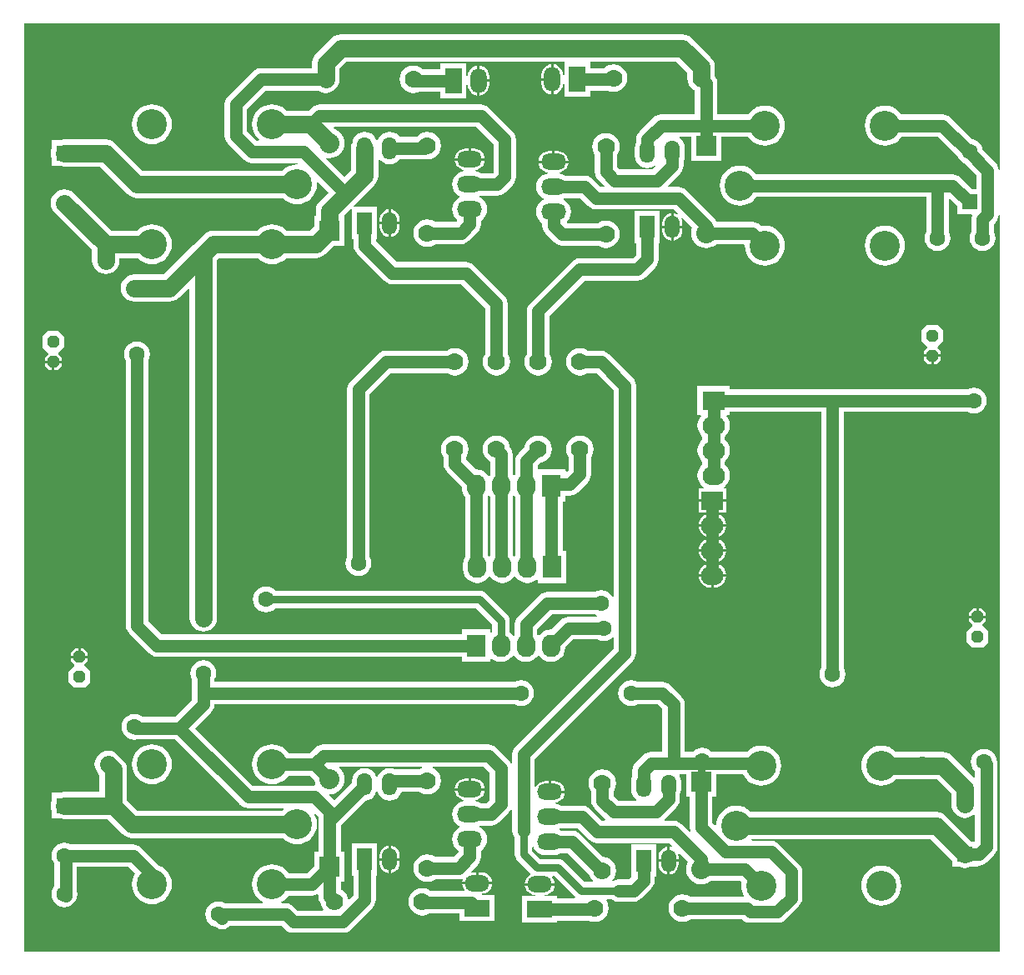
<source format=gbl>
G04*
G04 #@! TF.GenerationSoftware,Altium Limited,Altium Designer,18.0.7 (293)*
G04*
G04 Layer_Physical_Order=2*
G04 Layer_Color=16711680*
%FSLAX25Y25*%
%MOIN*%
G70*
G01*
G75*
%ADD40C,0.02953*%
%ADD41C,0.04921*%
%ADD42C,0.06890*%
%ADD43O,0.10000X0.06500*%
%ADD44R,0.10000X0.06500*%
%ADD45R,0.08000X0.08000*%
%ADD46C,0.08000*%
%ADD47C,0.07000*%
%ADD48P,0.05196X8X292.5*%
%ADD49C,0.06299*%
%ADD50R,0.06299X0.06299*%
%ADD51R,0.09000X0.07500*%
%ADD52O,0.09000X0.07500*%
%ADD53R,0.07500X0.09000*%
%ADD54O,0.07500X0.09000*%
%ADD55C,0.12000*%
%ADD56R,0.06500X0.10000*%
%ADD57O,0.06500X0.10000*%
%ADD58R,0.06000X0.09000*%
%ADD59O,0.06000X0.09000*%
%ADD60O,0.10000X0.06600*%
G36*
X390500Y313804D02*
X390000Y313771D01*
X389894Y314578D01*
X389448Y315655D01*
X388738Y316580D01*
X383563Y321755D01*
X383486Y322336D01*
X382971Y323581D01*
X382150Y324650D01*
X381081Y325471D01*
X379836Y325986D01*
X379255Y326063D01*
X370659Y334659D01*
X369734Y335369D01*
X368656Y335815D01*
X367500Y335967D01*
X351142D01*
X350162Y337162D01*
X348949Y338158D01*
X347564Y338898D01*
X346062Y339353D01*
X344500Y339507D01*
X342938Y339353D01*
X341436Y338898D01*
X340052Y338158D01*
X338838Y337162D01*
X337842Y335948D01*
X337102Y334564D01*
X336647Y333062D01*
X336493Y331500D01*
X336647Y329938D01*
X337102Y328436D01*
X337842Y327051D01*
X338838Y325838D01*
X340052Y324842D01*
X341436Y324102D01*
X342938Y323647D01*
X344500Y323493D01*
X346062Y323647D01*
X347564Y324102D01*
X348949Y324842D01*
X350162Y325838D01*
X351142Y327033D01*
X365650D01*
X373864Y318818D01*
X374029Y318419D01*
X374850Y317350D01*
X375919Y316529D01*
X376318Y316364D01*
X381111Y311571D01*
Y306118D01*
X379200D01*
X374659Y310659D01*
X373734Y311369D01*
X372656Y311815D01*
X371500Y311967D01*
X293142D01*
X292162Y313162D01*
X290949Y314158D01*
X289564Y314898D01*
X288062Y315353D01*
X286500Y315507D01*
X284938Y315353D01*
X283436Y314898D01*
X282051Y314158D01*
X280838Y313162D01*
X279842Y311948D01*
X279102Y310564D01*
X278647Y309062D01*
X278493Y307500D01*
X278647Y305938D01*
X279102Y304436D01*
X279842Y303051D01*
X280838Y301838D01*
X282051Y300842D01*
X283436Y300102D01*
X284938Y299647D01*
X286500Y299493D01*
X288062Y299647D01*
X289564Y300102D01*
X290949Y300842D01*
X292162Y301838D01*
X293142Y303033D01*
X361033D01*
Y289085D01*
X361029Y289081D01*
X360514Y287836D01*
X360338Y286500D01*
X360514Y285164D01*
X361029Y283919D01*
X361850Y282850D01*
X362919Y282029D01*
X364164Y281514D01*
X365500Y281338D01*
X366836Y281514D01*
X368081Y282029D01*
X369150Y282850D01*
X369971Y283919D01*
X370486Y285164D01*
X370662Y286500D01*
X370486Y287836D01*
X369971Y289081D01*
X369967Y289085D01*
Y302062D01*
X370429Y302253D01*
X373382Y299300D01*
Y295882D01*
X379062D01*
X379339Y295466D01*
X379185Y295093D01*
X379033Y293937D01*
Y289085D01*
X379029Y289081D01*
X378514Y287836D01*
X378338Y286500D01*
X378514Y285164D01*
X379029Y283919D01*
X379850Y282850D01*
X380919Y282029D01*
X382164Y281514D01*
X383500Y281338D01*
X384836Y281514D01*
X386081Y282029D01*
X387150Y282850D01*
X387971Y283919D01*
X388486Y285164D01*
X388662Y286500D01*
X388486Y287836D01*
X387971Y289081D01*
X387967Y289085D01*
Y292087D01*
X388738Y292857D01*
X389448Y293782D01*
X389894Y294860D01*
X390000Y295666D01*
X390500Y295633D01*
Y1000D01*
X500D01*
Y372500D01*
X390500D01*
Y313804D01*
D02*
G37*
%LPC*%
G36*
X177218Y356469D02*
X166781D01*
Y353967D01*
X159813D01*
X158758Y354777D01*
X157428Y355328D01*
X156000Y355516D01*
X154572Y355328D01*
X153242Y354777D01*
X152100Y353900D01*
X151223Y352758D01*
X150672Y351428D01*
X150484Y350000D01*
X150672Y348572D01*
X151223Y347242D01*
X152100Y346100D01*
X153242Y345223D01*
X154572Y344672D01*
X156000Y344484D01*
X157428Y344672D01*
X158298Y345033D01*
X166781D01*
Y342531D01*
X177218D01*
Y347678D01*
X177718Y347711D01*
X177859Y346640D01*
X178288Y345607D01*
X178969Y344719D01*
X179857Y344038D01*
X180891Y343609D01*
X181500Y343529D01*
Y349500D01*
Y355471D01*
X180891Y355391D01*
X179857Y354962D01*
X178969Y354281D01*
X178288Y353393D01*
X177859Y352360D01*
X177718Y351289D01*
X177218Y351322D01*
Y356469D01*
D02*
G37*
G36*
X211000Y355971D02*
X210390Y355891D01*
X209357Y355462D01*
X208469Y354781D01*
X207788Y353893D01*
X207359Y352859D01*
X207213Y351750D01*
Y350500D01*
X211000D01*
Y355971D01*
D02*
G37*
G36*
X182500Y355471D02*
Y350000D01*
X186287D01*
Y351250D01*
X186141Y352360D01*
X185712Y353393D01*
X185031Y354281D01*
X184143Y354962D01*
X183109Y355391D01*
X182500Y355471D01*
D02*
G37*
G36*
X211000Y349500D02*
X207213D01*
Y348250D01*
X207359Y347141D01*
X207788Y346107D01*
X208469Y345219D01*
X209357Y344538D01*
X210390Y344109D01*
X211000Y344029D01*
Y349500D01*
D02*
G37*
G36*
X186287Y349000D02*
X182500D01*
Y343529D01*
X183109Y343609D01*
X184143Y344038D01*
X185031Y344719D01*
X185712Y345607D01*
X186141Y346640D01*
X186287Y347750D01*
Y349000D01*
D02*
G37*
G36*
X51500Y340007D02*
X49938Y339853D01*
X48436Y339398D01*
X47052Y338658D01*
X45838Y337662D01*
X44842Y336449D01*
X44102Y335064D01*
X43647Y333562D01*
X43493Y332000D01*
X43647Y330438D01*
X44102Y328936D01*
X44842Y327552D01*
X45838Y326338D01*
X47052Y325342D01*
X48436Y324602D01*
X49938Y324147D01*
X51500Y323993D01*
X53062Y324147D01*
X54564Y324602D01*
X55949Y325342D01*
X57162Y326338D01*
X58158Y327552D01*
X58898Y328936D01*
X59353Y330438D01*
X59507Y332000D01*
X59353Y333562D01*
X58898Y335064D01*
X58158Y336449D01*
X57162Y337662D01*
X55949Y338658D01*
X54564Y339398D01*
X53062Y339853D01*
X51500Y340007D01*
D02*
G37*
G36*
X180200Y322337D02*
X179000D01*
Y318500D01*
X184471D01*
X184389Y319123D01*
X183956Y320169D01*
X183267Y321067D01*
X182369Y321756D01*
X181323Y322189D01*
X180200Y322337D01*
D02*
G37*
G36*
X178000D02*
X176800D01*
X175678Y322189D01*
X174631Y321756D01*
X173733Y321067D01*
X173044Y320169D01*
X172611Y319123D01*
X172529Y318500D01*
X178000D01*
Y322337D01*
D02*
G37*
G36*
X213700Y321337D02*
X212500D01*
Y317500D01*
X217971D01*
X217889Y318123D01*
X217456Y319169D01*
X216767Y320067D01*
X215869Y320756D01*
X214823Y321189D01*
X213700Y321337D01*
D02*
G37*
G36*
X211500D02*
X210300D01*
X209177Y321189D01*
X208131Y320756D01*
X207233Y320067D01*
X206544Y319169D01*
X206111Y318123D01*
X206029Y317500D01*
X211500D01*
Y321337D01*
D02*
G37*
G36*
X263500Y367960D02*
X127000D01*
X125587Y367774D01*
X124270Y367229D01*
X123139Y366361D01*
X117139Y360361D01*
X116271Y359230D01*
X115726Y357913D01*
X115540Y356500D01*
Y354467D01*
X95000D01*
X93844Y354315D01*
X92766Y353869D01*
X91841Y353159D01*
X81841Y343159D01*
X81131Y342234D01*
X80685Y341156D01*
X80533Y340000D01*
Y327500D01*
X80685Y326344D01*
X81131Y325266D01*
X81841Y324341D01*
X88341Y317841D01*
X89266Y317131D01*
X90344Y316685D01*
X91500Y316533D01*
X109787D01*
X109822Y316478D01*
X109530Y316004D01*
X109500Y316007D01*
X107938Y315853D01*
X106436Y315398D01*
X105052Y314658D01*
X103838Y313662D01*
X103673Y313460D01*
X47762D01*
X36861Y324361D01*
X35730Y325229D01*
X34413Y325774D01*
X33000Y325960D01*
X16500D01*
X15087Y325774D01*
X14710Y325618D01*
X11382D01*
Y322290D01*
X11226Y321913D01*
X11040Y320500D01*
X11226Y319087D01*
X11382Y318710D01*
Y315382D01*
X14710D01*
X15087Y315226D01*
X16500Y315040D01*
X30738D01*
X41639Y304139D01*
X42770Y303271D01*
X44087Y302726D01*
X45500Y302540D01*
X45500Y302540D01*
X103673D01*
X103838Y302338D01*
X105052Y301342D01*
X106436Y300602D01*
X107938Y300147D01*
X109500Y299993D01*
X111062Y300147D01*
X112564Y300602D01*
X113949Y301342D01*
X115162Y302338D01*
X116158Y303552D01*
X116898Y304936D01*
X117353Y306438D01*
X117507Y308000D01*
X117451Y308565D01*
X117903Y308779D01*
X121980Y304702D01*
X118639Y301361D01*
X117771Y300230D01*
X117226Y298913D01*
X117040Y297500D01*
Y295468D01*
X116532D01*
Y291253D01*
X114738Y289460D01*
X105327D01*
X105162Y289662D01*
X103948Y290658D01*
X102564Y291398D01*
X101062Y291853D01*
X99500Y292007D01*
X97938Y291853D01*
X96436Y291398D01*
X95051Y290658D01*
X93838Y289662D01*
X93673Y289460D01*
X76000D01*
X74587Y289274D01*
X73270Y288729D01*
X72139Y287861D01*
X71705Y287295D01*
X71139Y286861D01*
X68139Y283861D01*
X68139Y283861D01*
X56238Y271960D01*
X44500D01*
X43087Y271774D01*
X41770Y271229D01*
X40639Y270361D01*
X39771Y269230D01*
X39226Y267913D01*
X39040Y266500D01*
X39226Y265087D01*
X39771Y263770D01*
X40639Y262639D01*
X41770Y261771D01*
X43087Y261226D01*
X44500Y261040D01*
X58500D01*
X59913Y261226D01*
X61230Y261771D01*
X62361Y262639D01*
X66078Y266356D01*
X66540Y266165D01*
Y134500D01*
X66726Y133087D01*
X67271Y131770D01*
X68139Y130639D01*
X69270Y129771D01*
X70587Y129226D01*
X72000Y129040D01*
X73413Y129226D01*
X74730Y129771D01*
X75861Y130639D01*
X76729Y131770D01*
X77274Y133087D01*
X77460Y134500D01*
Y277738D01*
X78262Y278540D01*
X93673D01*
X93838Y278338D01*
X95051Y277342D01*
X96436Y276602D01*
X97938Y276147D01*
X99500Y275993D01*
X101062Y276147D01*
X102564Y276602D01*
X103948Y277342D01*
X105162Y278338D01*
X105327Y278540D01*
X117000D01*
X118413Y278726D01*
X119730Y279271D01*
X120861Y280139D01*
X124253Y283531D01*
X128469D01*
Y295468D01*
X128469Y295468D01*
X128469D01*
X128632Y295910D01*
X131070Y298348D01*
X131532Y298156D01*
Y286032D01*
X132033D01*
Y283500D01*
X132185Y282344D01*
X132631Y281266D01*
X133341Y280341D01*
X144341Y269341D01*
X145266Y268631D01*
X146344Y268185D01*
X147500Y268033D01*
X175150D01*
X184699Y258483D01*
Y240161D01*
X184390Y239758D01*
X183839Y238428D01*
X183651Y237000D01*
X183839Y235572D01*
X184390Y234242D01*
X185266Y233100D01*
X186409Y232223D01*
X187739Y231672D01*
X189167Y231484D01*
X190594Y231672D01*
X191925Y232223D01*
X193067Y233100D01*
X193943Y234242D01*
X194494Y235572D01*
X194682Y237000D01*
X194494Y238428D01*
X193943Y239758D01*
X193634Y240161D01*
Y260333D01*
X193482Y261490D01*
X193035Y262567D01*
X192326Y263492D01*
X180159Y275659D01*
X179234Y276369D01*
X178156Y276815D01*
X177000Y276967D01*
X149350D01*
X140967Y285350D01*
Y286032D01*
X141469D01*
Y298969D01*
X132343D01*
X132152Y299430D01*
X132861Y300139D01*
X140361Y307639D01*
X141229Y308770D01*
X141774Y310087D01*
X141960Y311500D01*
Y317934D01*
X142460Y318103D01*
X142956Y317456D01*
X143994Y316660D01*
X145203Y316159D01*
X146500Y315989D01*
X147797Y316159D01*
X149006Y316660D01*
X150044Y317456D01*
X150486Y318033D01*
X160500D01*
X160816Y318074D01*
X161500Y317984D01*
X162928Y318172D01*
X164258Y318723D01*
X165400Y319600D01*
X166277Y320742D01*
X166828Y322072D01*
X167016Y323500D01*
X166828Y324928D01*
X166277Y326258D01*
X165400Y327400D01*
X164258Y328277D01*
X162928Y328828D01*
X161500Y329016D01*
X160072Y328828D01*
X158742Y328277D01*
X157600Y327400D01*
X157268Y326967D01*
X150486D01*
X150044Y327544D01*
X149006Y328340D01*
X147797Y328841D01*
X146500Y329011D01*
X145203Y328841D01*
X143994Y328340D01*
X142956Y327544D01*
X142160Y326506D01*
X141771Y325566D01*
X141229D01*
X140840Y326506D01*
X140044Y327544D01*
X139006Y328340D01*
X137797Y328841D01*
X136500Y329011D01*
X135203Y328841D01*
X133994Y328340D01*
X132956Y327544D01*
X132160Y326506D01*
X131659Y325297D01*
X131594Y324802D01*
X131226Y323913D01*
X131040Y322500D01*
Y313762D01*
X128298Y311020D01*
X121102Y318216D01*
X121415Y318609D01*
X122500Y318503D01*
X123670Y318618D01*
X124795Y318959D01*
X125832Y319513D01*
X126741Y320259D01*
X127487Y321168D01*
X128041Y322205D01*
X128382Y323330D01*
X128497Y324500D01*
X128382Y325670D01*
X128041Y326795D01*
X127487Y327832D01*
X126741Y328741D01*
X125832Y329487D01*
X124795Y330041D01*
X124631Y330091D01*
X124151Y330571D01*
X124342Y331033D01*
X181150D01*
X188033Y324150D01*
Y312850D01*
X187650Y312467D01*
X183033D01*
X182857Y312602D01*
X181575Y313133D01*
X180790Y313236D01*
Y313741D01*
X181323Y313811D01*
X182369Y314244D01*
X183267Y314933D01*
X183956Y315831D01*
X184389Y316878D01*
X184471Y317500D01*
X178500D01*
Y318000D01*
D01*
Y317500D01*
X172529D01*
X172611Y316878D01*
X173044Y315831D01*
X173733Y314933D01*
X174631Y314244D01*
X175678Y313811D01*
X176210Y313741D01*
Y313236D01*
X175425Y313133D01*
X174143Y312602D01*
X173043Y311757D01*
X172198Y310657D01*
X171667Y309375D01*
X171486Y308000D01*
X171667Y306625D01*
X172198Y305343D01*
X173043Y304242D01*
X174143Y303398D01*
X174500Y303250D01*
Y302750D01*
X174143Y302602D01*
X173043Y301758D01*
X172198Y300657D01*
X171667Y299375D01*
X171486Y298000D01*
X171667Y296625D01*
X172198Y295343D01*
X173043Y294243D01*
X173524Y293873D01*
X173556Y293374D01*
X173150Y292967D01*
X164661D01*
X164258Y293277D01*
X162928Y293828D01*
X161500Y294016D01*
X160072Y293828D01*
X158742Y293277D01*
X157600Y292400D01*
X156723Y291258D01*
X156172Y289928D01*
X155984Y288500D01*
X156172Y287072D01*
X156723Y285742D01*
X157600Y284600D01*
X158742Y283723D01*
X160072Y283172D01*
X161500Y282984D01*
X162928Y283172D01*
X164258Y283723D01*
X164661Y284033D01*
X175000D01*
X176156Y284185D01*
X177234Y284631D01*
X178159Y285341D01*
X181659Y288841D01*
X182369Y289766D01*
X182815Y290844D01*
X182967Y292000D01*
Y293483D01*
X183958Y294243D01*
X184802Y295343D01*
X185333Y296625D01*
X185514Y298000D01*
X185333Y299375D01*
X184802Y300657D01*
X183958Y301758D01*
X182857Y302602D01*
X182500Y302750D01*
Y303250D01*
X182857Y303398D01*
X183033Y303533D01*
X189500D01*
X190656Y303685D01*
X191734Y304131D01*
X192659Y304841D01*
X195659Y307841D01*
X196369Y308766D01*
X196815Y309844D01*
X196967Y311000D01*
Y326000D01*
X196815Y327156D01*
X196369Y328234D01*
X195659Y329159D01*
X186159Y338659D01*
X185234Y339369D01*
X184156Y339815D01*
X183000Y339967D01*
X118500D01*
X117344Y339815D01*
X116266Y339369D01*
X115341Y338659D01*
X114142Y337460D01*
X105327D01*
X105162Y337662D01*
X103948Y338658D01*
X102564Y339398D01*
X101062Y339853D01*
X99500Y340007D01*
X97938Y339853D01*
X96436Y339398D01*
X95051Y338658D01*
X93838Y337662D01*
X92842Y336449D01*
X92102Y335064D01*
X91647Y333562D01*
X91493Y332000D01*
X91647Y330438D01*
X92102Y328936D01*
X92842Y327552D01*
X93838Y326338D01*
X94326Y325938D01*
X94157Y325467D01*
X93350D01*
X89467Y329350D01*
Y338150D01*
X96850Y345533D01*
X117839D01*
X118242Y345223D01*
X119572Y344672D01*
X121000Y344484D01*
X122428Y344672D01*
X123758Y345223D01*
X124900Y346100D01*
X125777Y347242D01*
X126328Y348572D01*
X126516Y350000D01*
X126460Y350422D01*
Y354238D01*
X129262Y357040D01*
X215811D01*
X216282Y356968D01*
X216282Y356540D01*
Y351822D01*
X215781Y351789D01*
X215641Y352859D01*
X215212Y353893D01*
X214531Y354781D01*
X213643Y355462D01*
X212610Y355891D01*
X212000Y355971D01*
Y350000D01*
Y344029D01*
X212610Y344109D01*
X213643Y344538D01*
X214531Y345219D01*
X215212Y346107D01*
X215641Y347141D01*
X215781Y348211D01*
X216282Y348178D01*
Y343032D01*
X226718D01*
Y345533D01*
X233702D01*
X234572Y345172D01*
X236000Y344984D01*
X237428Y345172D01*
X238758Y345723D01*
X239900Y346600D01*
X240777Y347742D01*
X241328Y349072D01*
X241516Y350500D01*
X241328Y351928D01*
X240777Y353258D01*
X239900Y354400D01*
X238758Y355277D01*
X237428Y355828D01*
X236000Y356016D01*
X234572Y355828D01*
X233242Y355277D01*
X232187Y354467D01*
X226718D01*
X226718Y356968D01*
X227189Y357040D01*
X261238D01*
X265540Y352738D01*
Y350922D01*
X265484Y350500D01*
X265672Y349072D01*
X266223Y347742D01*
X267100Y346600D01*
X268242Y345723D01*
X268533Y345603D01*
Y335967D01*
X255000D01*
X253844Y335815D01*
X252766Y335369D01*
X251841Y334659D01*
X246341Y329159D01*
X245631Y328234D01*
X245185Y327156D01*
X245033Y326000D01*
Y324698D01*
X244659Y323797D01*
X244489Y322500D01*
Y319500D01*
X244659Y318203D01*
X245160Y316994D01*
X245956Y315956D01*
X246994Y315160D01*
X248203Y314659D01*
X249500Y314489D01*
X250797Y314659D01*
X252006Y315160D01*
X252562Y315587D01*
X252892Y315210D01*
X251650Y313967D01*
X238350D01*
X237467Y314850D01*
Y319839D01*
X237777Y320242D01*
X238328Y321572D01*
X238516Y323000D01*
X238328Y324428D01*
X237777Y325758D01*
X236900Y326900D01*
X235758Y327777D01*
X234428Y328328D01*
X233000Y328516D01*
X231572Y328328D01*
X230242Y327777D01*
X229100Y326900D01*
X228223Y325758D01*
X227672Y324428D01*
X227484Y323000D01*
X227672Y321572D01*
X228223Y320242D01*
X228533Y319839D01*
Y313000D01*
X228685Y311844D01*
X229131Y310766D01*
X229841Y309841D01*
X232253Y307429D01*
X232062Y306967D01*
X230850D01*
X227659Y310159D01*
X226734Y310869D01*
X225656Y311315D01*
X224500Y311467D01*
X216532D01*
X216357Y311602D01*
X215075Y312133D01*
X214290Y312236D01*
Y312741D01*
X214823Y312811D01*
X215869Y313244D01*
X216767Y313933D01*
X217456Y314831D01*
X217889Y315878D01*
X217971Y316500D01*
X212000D01*
Y317000D01*
D01*
Y316500D01*
X206029D01*
X206111Y315878D01*
X206544Y314831D01*
X207233Y313933D01*
X208131Y313244D01*
X209177Y312811D01*
X209710Y312741D01*
Y312236D01*
X208925Y312133D01*
X207643Y311602D01*
X206542Y310757D01*
X205698Y309657D01*
X205167Y308375D01*
X204986Y307000D01*
X205167Y305625D01*
X205698Y304343D01*
X206542Y303242D01*
X207643Y302398D01*
X208000Y302250D01*
Y301750D01*
X207643Y301602D01*
X206542Y300758D01*
X205698Y299657D01*
X205167Y298375D01*
X204986Y297000D01*
X205167Y295625D01*
X205698Y294343D01*
X206542Y293243D01*
X207533Y292483D01*
Y291500D01*
X207685Y290344D01*
X208131Y289266D01*
X208841Y288341D01*
X212341Y284841D01*
X213266Y284131D01*
X214344Y283685D01*
X215500Y283533D01*
X229839D01*
X230242Y283223D01*
X231572Y282672D01*
X233000Y282484D01*
X234428Y282672D01*
X235758Y283223D01*
X236900Y284100D01*
X237777Y285242D01*
X238328Y286572D01*
X238516Y288000D01*
X238328Y289428D01*
X237777Y290758D01*
X236900Y291900D01*
X235758Y292777D01*
X234428Y293328D01*
X233000Y293516D01*
X231572Y293328D01*
X230242Y292777D01*
X229839Y292467D01*
X217680D01*
X217486Y292673D01*
X217458Y293243D01*
X218302Y294343D01*
X218833Y295625D01*
X219014Y297000D01*
X218833Y298375D01*
X218302Y299657D01*
X217458Y300758D01*
X216357Y301602D01*
X216000Y301750D01*
Y302250D01*
X216357Y302398D01*
X216532Y302533D01*
X222650D01*
X225841Y299341D01*
X226766Y298631D01*
X227844Y298185D01*
X229000Y298033D01*
X260150D01*
X261781Y296402D01*
X261517Y295994D01*
X260544Y296397D01*
X260000Y296469D01*
Y291500D01*
X263534D01*
Y292500D01*
X263397Y293544D01*
X262994Y294517D01*
X263402Y294780D01*
X267442Y290740D01*
X267118Y289670D01*
X267003Y288500D01*
X267118Y287330D01*
X267459Y286205D01*
X268013Y285168D01*
X268759Y284259D01*
X269668Y283513D01*
X270705Y282959D01*
X271830Y282618D01*
X273000Y282503D01*
X274170Y282618D01*
X275295Y282959D01*
X276332Y283513D01*
X276965Y284033D01*
X288173D01*
X288509Y283662D01*
X288493Y283500D01*
X288647Y281938D01*
X289102Y280436D01*
X289842Y279051D01*
X290838Y277838D01*
X292052Y276842D01*
X293436Y276102D01*
X294938Y275647D01*
X296500Y275493D01*
X298062Y275647D01*
X299564Y276102D01*
X300949Y276842D01*
X302162Y277838D01*
X303158Y279051D01*
X303898Y280436D01*
X304353Y281938D01*
X304507Y283500D01*
X304353Y285062D01*
X303898Y286564D01*
X303158Y287948D01*
X302162Y289162D01*
X300949Y290158D01*
X299564Y290898D01*
X298062Y291353D01*
X296500Y291507D01*
X294962Y291356D01*
X294659Y291659D01*
X293734Y292369D01*
X292656Y292815D01*
X291500Y292967D01*
X277186D01*
X276869Y293734D01*
X276159Y294659D01*
X265159Y305659D01*
X264234Y306369D01*
X263156Y306815D01*
X262000Y306967D01*
X257938D01*
X257747Y307429D01*
X262659Y312341D01*
X263369Y313266D01*
X263815Y314344D01*
X263967Y315500D01*
Y317302D01*
X264341Y318203D01*
X264511Y319500D01*
Y322500D01*
X264341Y323797D01*
X263840Y325006D01*
X263044Y326044D01*
X262406Y326533D01*
X262576Y327033D01*
X267032D01*
Y317531D01*
X278969D01*
Y327033D01*
X289858D01*
X290838Y325838D01*
X292052Y324842D01*
X293436Y324102D01*
X294938Y323647D01*
X296500Y323493D01*
X298062Y323647D01*
X299564Y324102D01*
X300949Y324842D01*
X302162Y325838D01*
X303158Y327051D01*
X303898Y328436D01*
X304353Y329938D01*
X304507Y331500D01*
X304353Y333062D01*
X303898Y334564D01*
X303158Y335948D01*
X302162Y337162D01*
X300949Y338158D01*
X299564Y338898D01*
X298062Y339353D01*
X296500Y339507D01*
X294938Y339353D01*
X293436Y338898D01*
X292052Y338158D01*
X290838Y337162D01*
X289858Y335967D01*
X277467D01*
Y348500D01*
X277315Y349656D01*
X276869Y350734D01*
X276460Y351266D01*
Y355000D01*
X276274Y356413D01*
X275729Y357730D01*
X274861Y358861D01*
X267361Y366361D01*
X266230Y367229D01*
X264913Y367774D01*
X263500Y367960D01*
D02*
G37*
G36*
X147000Y297969D02*
Y293000D01*
X150534D01*
Y294000D01*
X150397Y295044D01*
X149994Y296017D01*
X149353Y296853D01*
X148517Y297494D01*
X147544Y297897D01*
X147000Y297969D01*
D02*
G37*
G36*
X146000D02*
X145456Y297897D01*
X144483Y297494D01*
X143647Y296853D01*
X143006Y296017D01*
X142603Y295044D01*
X142465Y294000D01*
Y293000D01*
X146000D01*
Y297969D01*
D02*
G37*
G36*
X259000Y296469D02*
X258456Y296397D01*
X257483Y295994D01*
X256647Y295353D01*
X256006Y294517D01*
X255603Y293544D01*
X255466Y292500D01*
Y291500D01*
X259000D01*
Y296469D01*
D02*
G37*
G36*
X150534Y292000D02*
X147000D01*
Y287031D01*
X147544Y287103D01*
X148517Y287506D01*
X149353Y288147D01*
X149994Y288983D01*
X150397Y289956D01*
X150534Y291000D01*
Y292000D01*
D02*
G37*
G36*
X146000D02*
X142465D01*
Y291000D01*
X142603Y289956D01*
X143006Y288983D01*
X143647Y288147D01*
X144483Y287506D01*
X145456Y287103D01*
X146000Y287031D01*
Y292000D01*
D02*
G37*
G36*
X263534Y290500D02*
X260000D01*
Y285531D01*
X260544Y285603D01*
X261517Y286006D01*
X262353Y286647D01*
X262994Y287483D01*
X263397Y288456D01*
X263534Y289500D01*
Y290500D01*
D02*
G37*
G36*
X259000D02*
X255466D01*
Y289500D01*
X255603Y288456D01*
X256006Y287483D01*
X256647Y286647D01*
X257483Y286006D01*
X258456Y285603D01*
X259000Y285531D01*
Y290500D01*
D02*
G37*
G36*
X16500Y305960D02*
X15087Y305774D01*
X13770Y305229D01*
X12639Y304361D01*
X11771Y303230D01*
X11226Y301913D01*
X11040Y300500D01*
X11226Y299087D01*
X11771Y297770D01*
X12639Y296639D01*
X27540Y281738D01*
Y277500D01*
X27726Y276087D01*
X28271Y274770D01*
X29139Y273639D01*
X30270Y272771D01*
X31587Y272226D01*
X33000Y272040D01*
X34413Y272226D01*
X35730Y272771D01*
X36861Y273639D01*
X37729Y274770D01*
X38274Y276087D01*
X38460Y277500D01*
Y278540D01*
X45673D01*
X45838Y278338D01*
X47052Y277342D01*
X48436Y276602D01*
X49938Y276147D01*
X51500Y275993D01*
X53062Y276147D01*
X54564Y276602D01*
X55949Y277342D01*
X57162Y278338D01*
X58158Y279552D01*
X58898Y280936D01*
X59353Y282438D01*
X59507Y284000D01*
X59353Y285562D01*
X58898Y287064D01*
X58158Y288449D01*
X57162Y289662D01*
X55949Y290658D01*
X54564Y291398D01*
X53062Y291853D01*
X51500Y292007D01*
X49938Y291853D01*
X48436Y291398D01*
X47052Y290658D01*
X45838Y289662D01*
X45673Y289460D01*
X35262D01*
X20361Y304361D01*
X19230Y305229D01*
X17913Y305774D01*
X16500Y305960D01*
D02*
G37*
G36*
X344500Y291507D02*
X342938Y291353D01*
X341436Y290898D01*
X340052Y290158D01*
X338838Y289162D01*
X337842Y287948D01*
X337102Y286564D01*
X336647Y285062D01*
X336493Y283500D01*
X336647Y281938D01*
X337102Y280436D01*
X337842Y279051D01*
X338838Y277838D01*
X340052Y276842D01*
X341436Y276102D01*
X342938Y275647D01*
X344500Y275493D01*
X346062Y275647D01*
X347564Y276102D01*
X348949Y276842D01*
X350162Y277838D01*
X351158Y279051D01*
X351898Y280436D01*
X352353Y281938D01*
X352507Y283500D01*
X352353Y285062D01*
X351898Y286564D01*
X351158Y287948D01*
X350162Y289162D01*
X348949Y290158D01*
X347564Y290898D01*
X346062Y291353D01*
X344500Y291507D01*
D02*
G37*
G36*
X365684Y251869D02*
X361316D01*
X359132Y249684D01*
Y245316D01*
X361316Y243131D01*
X361324D01*
X361531Y242632D01*
X360100Y241200D01*
Y240000D01*
X363500D01*
X366900D01*
Y241200D01*
X365469Y242632D01*
X365676Y243131D01*
X365684D01*
X367868Y245316D01*
Y249684D01*
X365684Y251869D01*
D02*
G37*
G36*
X14184Y249369D02*
X9816D01*
X7632Y247184D01*
Y242816D01*
X9816Y240632D01*
X9824D01*
X10031Y240131D01*
X8600Y238700D01*
Y237500D01*
X12000D01*
X15400D01*
Y238700D01*
X13969Y240131D01*
X14176Y240632D01*
X14184D01*
X16368Y242816D01*
Y247184D01*
X14184Y249369D01*
D02*
G37*
G36*
X366900Y239000D02*
X364000D01*
Y236100D01*
X365200D01*
X366900Y237800D01*
Y239000D01*
D02*
G37*
G36*
X363000D02*
X360100D01*
Y237800D01*
X361800Y236100D01*
X363000D01*
Y239000D01*
D02*
G37*
G36*
X15400Y236500D02*
X12500D01*
Y233600D01*
X13700D01*
X15400Y235300D01*
Y236500D01*
D02*
G37*
G36*
X11500D02*
X8600D01*
Y235300D01*
X10300Y233600D01*
X11500D01*
Y236500D01*
D02*
G37*
G36*
X254468Y297468D02*
X244531D01*
Y284531D01*
X245033D01*
Y279850D01*
X243650Y278467D01*
X222500D01*
X221344Y278315D01*
X220266Y277869D01*
X219341Y277159D01*
X202674Y260492D01*
X201964Y259567D01*
X201518Y258490D01*
X201366Y257333D01*
Y240161D01*
X201057Y239758D01*
X200506Y238428D01*
X200318Y237000D01*
X200506Y235572D01*
X201057Y234242D01*
X201933Y233100D01*
X203076Y232223D01*
X204406Y231672D01*
X205833Y231484D01*
X207261Y231672D01*
X208591Y232223D01*
X209734Y233100D01*
X210610Y234242D01*
X211161Y235572D01*
X211349Y237000D01*
X211161Y238428D01*
X210610Y239758D01*
X210301Y240161D01*
Y255483D01*
X224350Y269533D01*
X245500D01*
X246656Y269685D01*
X247734Y270131D01*
X248659Y270841D01*
X252659Y274841D01*
X253369Y275766D01*
X253815Y276844D01*
X253967Y278000D01*
Y284531D01*
X254468D01*
Y297468D01*
D02*
G37*
G36*
X172500Y242516D02*
X171072Y242328D01*
X169742Y241777D01*
X169339Y241467D01*
X145000D01*
X143844Y241315D01*
X142766Y240869D01*
X141841Y240159D01*
X130841Y229159D01*
X130131Y228234D01*
X129685Y227156D01*
X129533Y226000D01*
Y159085D01*
X129529Y159081D01*
X129014Y157836D01*
X128838Y156500D01*
X129014Y155164D01*
X129529Y153919D01*
X130350Y152850D01*
X131419Y152029D01*
X132664Y151514D01*
X134000Y151338D01*
X135336Y151514D01*
X136581Y152029D01*
X137650Y152850D01*
X138471Y153919D01*
X138986Y155164D01*
X139162Y156500D01*
X138986Y157836D01*
X138471Y159081D01*
X138467Y159085D01*
Y224150D01*
X146850Y232533D01*
X169339D01*
X169742Y232223D01*
X171072Y231672D01*
X172500Y231484D01*
X173928Y231672D01*
X175258Y232223D01*
X176400Y233100D01*
X177277Y234242D01*
X177828Y235572D01*
X178016Y237000D01*
X177828Y238428D01*
X177277Y239758D01*
X176400Y240900D01*
X175258Y241777D01*
X173928Y242328D01*
X172500Y242516D01*
D02*
G37*
G36*
X282469Y227219D02*
X269531D01*
Y215781D01*
X270697D01*
X270944Y215282D01*
X270255Y214384D01*
X269679Y212993D01*
X269482Y211500D01*
X269679Y210007D01*
X270255Y208616D01*
X271171Y207421D01*
X271533Y207144D01*
Y205856D01*
X271171Y205578D01*
X270255Y204384D01*
X269679Y202993D01*
X269482Y201500D01*
X269679Y200007D01*
X270255Y198616D01*
X271171Y197422D01*
X271533Y197144D01*
Y195856D01*
X271171Y195579D01*
X270255Y194384D01*
X269679Y192993D01*
X269482Y191500D01*
X269679Y190007D01*
X270255Y188616D01*
X271171Y187422D01*
X272047Y186750D01*
X271877Y186250D01*
X270000D01*
Y182000D01*
X275500D01*
X281000D01*
Y186250D01*
X280123D01*
X279953Y186750D01*
X280828Y187422D01*
X281745Y188616D01*
X282321Y190007D01*
X282518Y191500D01*
X282321Y192993D01*
X281745Y194384D01*
X280828Y195579D01*
X280467Y195856D01*
Y197144D01*
X280828Y197422D01*
X281745Y198616D01*
X282321Y200007D01*
X282518Y201500D01*
X282321Y202993D01*
X281745Y204384D01*
X280828Y205578D01*
X280467Y205856D01*
Y207144D01*
X280828Y207421D01*
X281745Y208616D01*
X282321Y210007D01*
X282518Y211500D01*
X282321Y212993D01*
X281745Y214384D01*
X281056Y215282D01*
X281303Y215781D01*
X282469D01*
Y217033D01*
X319033D01*
Y114585D01*
X319029Y114581D01*
X318514Y113336D01*
X318338Y112000D01*
X318514Y110664D01*
X319029Y109419D01*
X319850Y108350D01*
X320919Y107529D01*
X322164Y107014D01*
X323500Y106838D01*
X324836Y107014D01*
X326081Y107529D01*
X327150Y108350D01*
X327971Y109419D01*
X328486Y110664D01*
X328662Y112000D01*
X328486Y113336D01*
X327971Y114581D01*
X327967Y114585D01*
Y217033D01*
X377415D01*
X377419Y217029D01*
X378664Y216514D01*
X380000Y216338D01*
X381336Y216514D01*
X382581Y217029D01*
X383650Y217850D01*
X384471Y218919D01*
X384986Y220164D01*
X385162Y221500D01*
X384986Y222836D01*
X384471Y224081D01*
X383650Y225150D01*
X382581Y225971D01*
X381336Y226486D01*
X380000Y226662D01*
X378664Y226486D01*
X377419Y225971D01*
X377415Y225967D01*
X282469D01*
Y227219D01*
D02*
G37*
G36*
X222500Y207516D02*
X221072Y207328D01*
X219742Y206777D01*
X218600Y205900D01*
X217723Y204758D01*
X217172Y203428D01*
X216984Y202000D01*
X217172Y200572D01*
X217723Y199242D01*
X218033Y198839D01*
Y193850D01*
X217330Y193148D01*
X216868Y193340D01*
Y193968D01*
X205617D01*
Y195466D01*
X206757Y196606D01*
X207261Y196672D01*
X208591Y197223D01*
X209734Y198100D01*
X210610Y199242D01*
X211161Y200572D01*
X211349Y202000D01*
X211161Y203428D01*
X210610Y204758D01*
X209734Y205900D01*
X208591Y206777D01*
X207261Y207328D01*
X205833Y207516D01*
X204406Y207328D01*
X203076Y206777D01*
X201933Y205900D01*
X201057Y204758D01*
X200506Y203428D01*
X200439Y202924D01*
X197991Y200476D01*
X197281Y199550D01*
X196835Y198473D01*
X196683Y197317D01*
Y191822D01*
X196484Y191563D01*
X195990Y191549D01*
X195617Y191948D01*
Y200017D01*
X195465Y201173D01*
X195019Y202250D01*
X194573Y202832D01*
X194494Y203428D01*
X193943Y204758D01*
X193067Y205900D01*
X191925Y206777D01*
X190594Y207328D01*
X189167Y207516D01*
X187739Y207328D01*
X186409Y206777D01*
X185266Y205900D01*
X184390Y204758D01*
X183839Y203428D01*
X183651Y202000D01*
X183839Y200572D01*
X184390Y199242D01*
X185266Y198100D01*
X186409Y197223D01*
X186683Y197110D01*
Y191822D01*
X186465Y191538D01*
X185835D01*
X185229Y192329D01*
X184034Y193245D01*
X182643Y193821D01*
X181150Y194018D01*
X180973Y193995D01*
X176967Y198000D01*
Y198839D01*
X177277Y199242D01*
X177828Y200572D01*
X178016Y202000D01*
X177828Y203428D01*
X177277Y204758D01*
X176400Y205900D01*
X175258Y206777D01*
X173928Y207328D01*
X172500Y207516D01*
X171072Y207328D01*
X169742Y206777D01*
X168600Y205900D01*
X167723Y204758D01*
X167172Y203428D01*
X166984Y202000D01*
X167172Y200572D01*
X167723Y199242D01*
X168033Y198839D01*
Y196150D01*
X168185Y194994D01*
X168631Y193916D01*
X169341Y192991D01*
X175382Y186950D01*
Y186750D01*
X175579Y185257D01*
X176155Y183866D01*
X176683Y183178D01*
Y158866D01*
X176505Y158634D01*
X175929Y157243D01*
X175732Y155750D01*
Y154250D01*
X175929Y152757D01*
X176505Y151366D01*
X177421Y150171D01*
X178616Y149255D01*
X180007Y148679D01*
X181500Y148482D01*
X182993Y148679D01*
X184384Y149255D01*
X185579Y150171D01*
X186185Y150962D01*
X186815D01*
X187422Y150171D01*
X188616Y149255D01*
X190007Y148679D01*
X191500Y148482D01*
X192993Y148679D01*
X194384Y149255D01*
X195579Y150171D01*
X196185Y150962D01*
X196815D01*
X197422Y150171D01*
X198616Y149255D01*
X200007Y148679D01*
X201500Y148482D01*
X202993Y148679D01*
X204384Y149255D01*
X205281Y149944D01*
X205782Y149697D01*
Y148531D01*
X217218D01*
Y161469D01*
X215617D01*
Y181032D01*
X216868D01*
Y183533D01*
X218500D01*
X219656Y183685D01*
X220734Y184131D01*
X221659Y184841D01*
X225659Y188841D01*
X226369Y189766D01*
X226815Y190844D01*
X226967Y192000D01*
Y198839D01*
X227277Y199242D01*
X227828Y200572D01*
X228016Y202000D01*
X227828Y203428D01*
X227277Y204758D01*
X226400Y205900D01*
X225258Y206777D01*
X223928Y207328D01*
X222500Y207516D01*
D02*
G37*
G36*
X281000Y181000D02*
X275500D01*
X270000D01*
Y176750D01*
X274406D01*
X274439Y176250D01*
X273510Y176128D01*
X272355Y175649D01*
X271362Y174888D01*
X270601Y173896D01*
X270122Y172740D01*
X270025Y172000D01*
X275500D01*
X280975D01*
X280878Y172740D01*
X280399Y173896D01*
X279638Y174888D01*
X278645Y175649D01*
X277490Y176128D01*
X276561Y176250D01*
X276594Y176750D01*
X281000D01*
Y181000D01*
D02*
G37*
G36*
X280975Y171000D02*
X275500D01*
X270025D01*
X270122Y170260D01*
X270601Y169105D01*
X271362Y168112D01*
X272355Y167351D01*
X273510Y166872D01*
X274422Y166752D01*
Y166248D01*
X273510Y166128D01*
X272355Y165649D01*
X271362Y164888D01*
X270601Y163895D01*
X270122Y162740D01*
X270025Y162000D01*
X275500D01*
X280975D01*
X280878Y162740D01*
X280399Y163895D01*
X279638Y164888D01*
X278645Y165649D01*
X277490Y166128D01*
X276578Y166248D01*
Y166752D01*
X277490Y166872D01*
X278645Y167351D01*
X279638Y168112D01*
X280399Y169105D01*
X280878Y170260D01*
X280975Y171000D01*
D02*
G37*
G36*
Y161000D02*
X275500D01*
X270025D01*
X270122Y160260D01*
X270601Y159105D01*
X271362Y158112D01*
X272355Y157351D01*
X273510Y156872D01*
X274422Y156752D01*
Y156248D01*
X273510Y156128D01*
X272355Y155649D01*
X271362Y154888D01*
X270601Y153895D01*
X270122Y152740D01*
X270025Y152000D01*
X275500D01*
X280975D01*
X280878Y152740D01*
X280399Y153895D01*
X279638Y154888D01*
X278645Y155649D01*
X277490Y156128D01*
X276578Y156248D01*
Y156752D01*
X277490Y156872D01*
X278645Y157351D01*
X279638Y158112D01*
X280399Y159105D01*
X280878Y160260D01*
X280975Y161000D01*
D02*
G37*
G36*
Y151000D02*
X276000D01*
Y146709D01*
X276250D01*
X277490Y146872D01*
X278645Y147351D01*
X279638Y148112D01*
X280399Y149104D01*
X280878Y150260D01*
X280975Y151000D01*
D02*
G37*
G36*
X275000D02*
X270025D01*
X270122Y150260D01*
X270601Y149104D01*
X271362Y148112D01*
X272355Y147351D01*
X273510Y146872D01*
X274750Y146709D01*
X275000D01*
Y151000D01*
D02*
G37*
G36*
X383200Y138400D02*
X382000D01*
Y135500D01*
X384900D01*
Y136700D01*
X383200Y138400D01*
D02*
G37*
G36*
X381000D02*
X379800D01*
X378100Y136700D01*
Y135500D01*
X381000D01*
Y138400D01*
D02*
G37*
G36*
X384900Y134500D02*
X381500D01*
X378100D01*
Y133300D01*
X379532Y131869D01*
X379324Y131369D01*
X379316D01*
X377132Y129184D01*
Y124816D01*
X379316Y122632D01*
X383684D01*
X385869Y124816D01*
Y129184D01*
X383684Y131369D01*
X383676D01*
X383469Y131869D01*
X384900Y133300D01*
Y134500D01*
D02*
G37*
G36*
X24200Y122400D02*
X23000D01*
Y119500D01*
X25900D01*
Y120700D01*
X24200Y122400D01*
D02*
G37*
G36*
X22000D02*
X20800D01*
X19100Y120700D01*
Y119500D01*
X22000D01*
Y122400D01*
D02*
G37*
G36*
X25900Y118500D02*
X22500D01*
X19100D01*
Y117300D01*
X20531Y115868D01*
X20324Y115368D01*
X20316D01*
X18132Y113184D01*
Y108816D01*
X20316Y106632D01*
X24684D01*
X26869Y108816D01*
Y113184D01*
X24684Y115368D01*
X24676D01*
X24468Y115868D01*
X25900Y117300D01*
Y118500D01*
D02*
G37*
G36*
X45500Y245162D02*
X44164Y244986D01*
X42919Y244471D01*
X41850Y243650D01*
X41029Y242581D01*
X40514Y241336D01*
X40338Y240000D01*
X40514Y238664D01*
X41029Y237419D01*
X41033Y237415D01*
Y131500D01*
X41185Y130344D01*
X41631Y129266D01*
X42341Y128341D01*
X50341Y120341D01*
X51266Y119631D01*
X52344Y119185D01*
X53500Y119033D01*
X175282D01*
Y117032D01*
X186718D01*
Y118197D01*
X187218Y118444D01*
X188116Y117755D01*
X189507Y117179D01*
X191000Y116982D01*
X192493Y117179D01*
X193884Y117755D01*
X195079Y118672D01*
X195685Y119462D01*
X196315D01*
X196922Y118672D01*
X198116Y117755D01*
X199507Y117179D01*
X201000Y116982D01*
X202493Y117179D01*
X203884Y117755D01*
X205079Y118672D01*
X205685Y119462D01*
X206315D01*
X206922Y118672D01*
X208116Y117755D01*
X209507Y117179D01*
X211000Y116982D01*
X212493Y117179D01*
X213884Y117755D01*
X215078Y118672D01*
X215995Y119866D01*
X216571Y121257D01*
X216768Y122750D01*
Y122950D01*
X219850Y126033D01*
X229415D01*
X229419Y126029D01*
X230664Y125514D01*
X232000Y125338D01*
X233336Y125514D01*
X234581Y126029D01*
X235533Y126760D01*
X236033Y126588D01*
Y122350D01*
X196841Y83159D01*
X196131Y82234D01*
X195685Y81156D01*
X195533Y80000D01*
Y76438D01*
X195033Y76338D01*
X194869Y76734D01*
X194159Y77659D01*
X189159Y82659D01*
X188234Y83369D01*
X187156Y83815D01*
X186000Y83967D01*
X120000D01*
X118844Y83815D01*
X117766Y83369D01*
X116841Y82659D01*
X114650Y80467D01*
X106142D01*
X105162Y81662D01*
X103948Y82658D01*
X102564Y83398D01*
X101062Y83853D01*
X99500Y84007D01*
X97938Y83853D01*
X96436Y83398D01*
X95051Y82658D01*
X93838Y81662D01*
X92842Y80449D01*
X92102Y79064D01*
X91647Y77562D01*
X91493Y76000D01*
X91647Y74438D01*
X92102Y72936D01*
X92842Y71552D01*
X93838Y70338D01*
X95051Y69342D01*
X96436Y68602D01*
X97938Y68147D01*
X99500Y67993D01*
X101062Y68147D01*
X102564Y68602D01*
X103948Y69342D01*
X105162Y70338D01*
X106142Y71533D01*
X114650D01*
X116538Y69645D01*
X116618Y68830D01*
X116894Y67920D01*
X116563Y67459D01*
X116500Y67467D01*
X91850D01*
X68818Y90500D01*
X75159Y96841D01*
X75869Y97766D01*
X76315Y98844D01*
X76467Y100000D01*
Y100033D01*
X196415D01*
X196419Y100029D01*
X197664Y99514D01*
X199000Y99338D01*
X200336Y99514D01*
X201581Y100029D01*
X202650Y100850D01*
X203471Y101919D01*
X203986Y103164D01*
X204162Y104500D01*
X203986Y105836D01*
X203471Y107081D01*
X202650Y108150D01*
X201581Y108971D01*
X200336Y109486D01*
X199000Y109662D01*
X197664Y109486D01*
X196419Y108971D01*
X196415Y108967D01*
X76467D01*
Y109915D01*
X76471Y109919D01*
X76986Y111164D01*
X77162Y112500D01*
X76986Y113836D01*
X76471Y115081D01*
X75650Y116150D01*
X74581Y116971D01*
X73336Y117486D01*
X72000Y117662D01*
X70664Y117486D01*
X69419Y116971D01*
X68350Y116150D01*
X67529Y115081D01*
X67014Y113836D01*
X66838Y112500D01*
X67014Y111164D01*
X67529Y109919D01*
X67533Y109915D01*
Y104500D01*
Y101850D01*
X60650Y94967D01*
X47737D01*
X47081Y95471D01*
X45836Y95986D01*
X44500Y96162D01*
X43164Y95986D01*
X41919Y95471D01*
X40850Y94650D01*
X40029Y93581D01*
X39514Y92336D01*
X39338Y91000D01*
X39514Y89664D01*
X40029Y88419D01*
X40850Y87350D01*
X41919Y86529D01*
X43164Y86014D01*
X44500Y85838D01*
X45836Y86014D01*
X45882Y86033D01*
X60650D01*
X86841Y59841D01*
X87766Y59131D01*
X88844Y58685D01*
X90000Y58533D01*
X104157D01*
X104326Y58062D01*
X103838Y57662D01*
X103673Y57460D01*
X45762D01*
X41460Y61762D01*
Y74000D01*
X41460Y74000D01*
X41274Y75413D01*
X40729Y76730D01*
X39861Y77861D01*
X39861Y77861D01*
X37861Y79861D01*
X36730Y80729D01*
X35413Y81274D01*
X34000Y81460D01*
X32587Y81274D01*
X31270Y80729D01*
X30139Y79861D01*
X29271Y78730D01*
X28726Y77413D01*
X28540Y76000D01*
X28726Y74587D01*
X29271Y73270D01*
X30139Y72139D01*
X30540Y71738D01*
Y64960D01*
X16500D01*
X15087Y64774D01*
X14710Y64618D01*
X11382D01*
Y61290D01*
X11226Y60913D01*
X11040Y59500D01*
X11226Y58087D01*
X11382Y57710D01*
Y54382D01*
X14710D01*
X15087Y54226D01*
X16500Y54040D01*
X33738D01*
X39639Y48139D01*
X40770Y47271D01*
X42087Y46726D01*
X43500Y46540D01*
X103673D01*
X103838Y46338D01*
X105052Y45342D01*
X106436Y44602D01*
X107938Y44147D01*
X109500Y43993D01*
X111062Y44147D01*
X112564Y44602D01*
X113949Y45342D01*
X115162Y46338D01*
X116158Y47552D01*
X116898Y48936D01*
X117353Y50438D01*
X117507Y52000D01*
X117353Y53562D01*
X116898Y55064D01*
X116308Y56167D01*
X116714Y56468D01*
X118033Y55150D01*
Y53500D01*
Y40968D01*
X116532D01*
Y35349D01*
X113650Y32467D01*
X106142D01*
X105162Y33662D01*
X103948Y34658D01*
X102564Y35398D01*
X101062Y35853D01*
X99500Y36007D01*
X97938Y35853D01*
X96436Y35398D01*
X95051Y34658D01*
X93838Y33662D01*
X92842Y32449D01*
X92102Y31064D01*
X91647Y29562D01*
X91493Y28000D01*
X91647Y26438D01*
X92102Y24936D01*
X92842Y23551D01*
X93838Y22338D01*
X95051Y21342D01*
X95753Y20967D01*
X95628Y20467D01*
X80585D01*
X80581Y20471D01*
X79336Y20986D01*
X78000Y21162D01*
X76664Y20986D01*
X75419Y20471D01*
X74350Y19650D01*
X73529Y18581D01*
X73014Y17336D01*
X72838Y16000D01*
X73014Y14664D01*
X73529Y13419D01*
X74350Y12350D01*
X75419Y11529D01*
X76664Y11014D01*
X76789Y10997D01*
X77266Y10631D01*
X78344Y10185D01*
X79500Y10033D01*
X80656Y10185D01*
X81734Y10631D01*
X82659Y11341D01*
X82806Y11533D01*
X103150D01*
X104770Y9912D01*
X105695Y9202D01*
X106773Y8756D01*
X107929Y8603D01*
X127784D01*
X128941Y8756D01*
X130018Y9202D01*
X130943Y9912D01*
X139659Y18628D01*
X140369Y19553D01*
X140815Y20630D01*
X140967Y21787D01*
Y31532D01*
X141469D01*
Y44469D01*
X131532D01*
Y31532D01*
X132033D01*
Y23637D01*
X130343Y21948D01*
X129870Y22108D01*
X129828Y22428D01*
X129277Y23758D01*
X128400Y24900D01*
X127258Y25777D01*
X126967Y25897D01*
Y29032D01*
X128469D01*
Y40968D01*
X126967D01*
Y51650D01*
X136853Y61535D01*
X137797Y61659D01*
X139006Y62160D01*
X140044Y62956D01*
X140840Y63994D01*
X141229Y64934D01*
X141771D01*
X142160Y63994D01*
X142956Y62956D01*
X143994Y62160D01*
X145203Y61659D01*
X146500Y61489D01*
X147797Y61659D01*
X149006Y62160D01*
X150044Y62956D01*
X150840Y63994D01*
X151270Y65033D01*
X158339D01*
X158742Y64723D01*
X160072Y64172D01*
X161500Y63984D01*
X162928Y64172D01*
X164258Y64723D01*
X165400Y65600D01*
X166277Y66742D01*
X166828Y68072D01*
X167016Y69500D01*
X166828Y70928D01*
X166277Y72258D01*
X165400Y73400D01*
X164258Y74277D01*
X163640Y74533D01*
X163740Y75033D01*
X184150D01*
X186533Y72650D01*
Y61850D01*
X185150Y60467D01*
X183033D01*
X182857Y60602D01*
X181575Y61133D01*
X180790Y61236D01*
Y61741D01*
X181323Y61811D01*
X182369Y62244D01*
X183267Y62933D01*
X183956Y63831D01*
X184389Y64877D01*
X184471Y65500D01*
X178500D01*
Y66000D01*
D01*
Y65500D01*
X172529D01*
X172611Y64877D01*
X173044Y63831D01*
X173733Y62933D01*
X174631Y62244D01*
X175678Y61811D01*
X176210Y61741D01*
Y61236D01*
X175425Y61133D01*
X174143Y60602D01*
X173043Y59758D01*
X172198Y58657D01*
X171667Y57375D01*
X171486Y56000D01*
X171667Y54625D01*
X172198Y53343D01*
X173043Y52242D01*
X174143Y51398D01*
X174500Y51250D01*
Y50750D01*
X174143Y50602D01*
X173043Y49758D01*
X172198Y48657D01*
X171667Y47375D01*
X171486Y46000D01*
X171667Y44625D01*
X172198Y43343D01*
X173043Y42243D01*
X174033Y41483D01*
Y40850D01*
X172150Y38967D01*
X164661D01*
X164258Y39277D01*
X162928Y39828D01*
X161500Y40016D01*
X160072Y39828D01*
X158742Y39277D01*
X157600Y38400D01*
X156723Y37258D01*
X156172Y35928D01*
X155984Y34500D01*
X156172Y33072D01*
X156723Y31742D01*
X157600Y30600D01*
X158742Y29723D01*
X160072Y29172D01*
X161500Y28984D01*
X162928Y29172D01*
X164258Y29723D01*
X164661Y30033D01*
X174000D01*
X175156Y30185D01*
X175387Y30281D01*
X175741Y29927D01*
X175609Y29610D01*
X175529Y29000D01*
X181000D01*
Y32787D01*
X179750D01*
X179245Y32720D01*
X179012Y33194D01*
X181659Y35841D01*
X182369Y36766D01*
X182815Y37844D01*
X182967Y39000D01*
Y41483D01*
X183958Y42243D01*
X184802Y43343D01*
X185333Y44625D01*
X185514Y46000D01*
X185333Y47375D01*
X184802Y48657D01*
X183958Y49758D01*
X182857Y50602D01*
X182500Y50750D01*
Y51250D01*
X182857Y51398D01*
X183033Y51533D01*
X187000D01*
X188156Y51685D01*
X189234Y52131D01*
X190159Y52841D01*
X194159Y56841D01*
X194869Y57766D01*
X195033Y58162D01*
X195533Y58062D01*
Y49500D01*
X195685Y48344D01*
X196131Y47266D01*
X196525Y46753D01*
Y40000D01*
X196644Y39101D01*
X196991Y38263D01*
X197543Y37543D01*
X202766Y32320D01*
X202758Y31775D01*
X202607Y31712D01*
X201719Y31031D01*
X201038Y30143D01*
X200609Y29109D01*
X200529Y28500D01*
X206500D01*
X212471D01*
X212391Y29109D01*
X211962Y30143D01*
X211520Y30720D01*
X211766Y31220D01*
X212366D01*
X220543Y23043D01*
X220642Y22967D01*
X220472Y22467D01*
X213469D01*
Y23219D01*
X208322D01*
X208289Y23719D01*
X209360Y23859D01*
X210393Y24288D01*
X211281Y24969D01*
X211962Y25857D01*
X212391Y26891D01*
X212471Y27500D01*
X206500D01*
X200529D01*
X200609Y26891D01*
X201038Y25857D01*
X201719Y24969D01*
X202607Y24288D01*
X203641Y23859D01*
X204711Y23719D01*
X204678Y23219D01*
X199531D01*
Y12781D01*
X213469D01*
Y13533D01*
X226202D01*
X227072Y13172D01*
X228500Y12984D01*
X229928Y13172D01*
X231258Y13723D01*
X232400Y14600D01*
X233277Y15742D01*
X233828Y17072D01*
X234016Y18500D01*
X233828Y19928D01*
X233277Y21258D01*
X233032Y21577D01*
X233253Y22025D01*
X235253D01*
X235766Y21631D01*
X236844Y21185D01*
X238000Y21033D01*
X244000D01*
X245156Y21185D01*
X246234Y21631D01*
X247159Y22341D01*
X251159Y26341D01*
X251869Y27266D01*
X252315Y28344D01*
X252467Y29500D01*
Y31032D01*
X252969D01*
Y43968D01*
X243032D01*
Y31032D01*
X243032Y31032D01*
X243032D01*
X242809Y30626D01*
X242150Y29967D01*
X238000D01*
X236844Y29815D01*
X235894Y29422D01*
X235578Y29832D01*
X236277Y30742D01*
X236828Y32072D01*
X237016Y33500D01*
X236828Y34928D01*
X236277Y36258D01*
X235400Y37400D01*
X234258Y38277D01*
X232928Y38828D01*
X231848Y38970D01*
X222659Y48159D01*
X221734Y48869D01*
X220656Y49315D01*
X219500Y49467D01*
X215033D01*
X214857Y49602D01*
X214500Y49750D01*
Y50250D01*
X214857Y50398D01*
X215033Y50533D01*
X221650D01*
X226341Y45841D01*
X227266Y45131D01*
X228344Y44685D01*
X229500Y44533D01*
X258150D01*
X259385Y43297D01*
X259102Y42873D01*
X259044Y42897D01*
X258500Y42969D01*
Y38000D01*
X262035D01*
Y39000D01*
X261897Y40044D01*
X261873Y40102D01*
X262297Y40385D01*
X265782Y36900D01*
X265459Y36295D01*
X265118Y35170D01*
X265003Y34000D01*
X265118Y32830D01*
X265459Y31705D01*
X266013Y30668D01*
X266759Y29759D01*
X267668Y29013D01*
X268705Y28459D01*
X269830Y28118D01*
X271000Y28003D01*
X272170Y28118D01*
X273295Y28459D01*
X274332Y29013D01*
X274965Y29533D01*
X286650D01*
X287144Y29038D01*
X286993Y27500D01*
X287147Y25938D01*
X287602Y24436D01*
X288120Y23467D01*
X287820Y22967D01*
X266661D01*
X266258Y23277D01*
X264928Y23828D01*
X263500Y24016D01*
X262072Y23828D01*
X260742Y23277D01*
X259600Y22400D01*
X258723Y21258D01*
X258172Y19928D01*
X257984Y18500D01*
X258172Y17072D01*
X258723Y15742D01*
X259600Y14600D01*
X260742Y13723D01*
X262072Y13172D01*
X263500Y12984D01*
X264928Y13172D01*
X266258Y13723D01*
X266661Y14033D01*
X287401D01*
X287521Y13912D01*
X288446Y13202D01*
X289524Y12756D01*
X290680Y12604D01*
X301571D01*
X302727Y12756D01*
X303804Y13202D01*
X304730Y13912D01*
X310159Y19341D01*
X310869Y20266D01*
X311315Y21344D01*
X311467Y22500D01*
Y33000D01*
X311315Y34156D01*
X310869Y35234D01*
X310159Y36159D01*
X302159Y44159D01*
X301234Y44869D01*
X300156Y45315D01*
X299000Y45467D01*
X291482D01*
X291222Y45967D01*
X291273Y46040D01*
X362738D01*
X371382Y37396D01*
Y34882D01*
X374710D01*
X375087Y34726D01*
X376500Y34540D01*
X377913Y34726D01*
X378290Y34882D01*
X381618D01*
Y35533D01*
X382000D01*
X383156Y35685D01*
X384234Y36131D01*
X385159Y36841D01*
X388159Y39841D01*
X388869Y40766D01*
X389315Y41844D01*
X389467Y43000D01*
Y76000D01*
X389315Y77156D01*
X389061Y77770D01*
X388986Y78336D01*
X388471Y79581D01*
X387650Y80650D01*
X386581Y81471D01*
X385336Y81986D01*
X384000Y82162D01*
X382664Y81986D01*
X381419Y81471D01*
X380350Y80650D01*
X379529Y79581D01*
X379014Y78336D01*
X378838Y77000D01*
X379014Y75664D01*
X379529Y74419D01*
X380350Y73350D01*
X380533Y73209D01*
Y70896D01*
X380033Y70689D01*
X371361Y79361D01*
X370230Y80229D01*
X368913Y80774D01*
X367500Y80960D01*
X360899D01*
X360836Y80986D01*
X359500Y81162D01*
X358164Y80986D01*
X358101Y80960D01*
X348827D01*
X348662Y81162D01*
X347448Y82158D01*
X346064Y82898D01*
X344562Y83353D01*
X343000Y83507D01*
X341438Y83353D01*
X339936Y82898D01*
X338551Y82158D01*
X337338Y81162D01*
X336342Y79949D01*
X335602Y78564D01*
X335147Y77062D01*
X334993Y75500D01*
X335147Y73938D01*
X335602Y72436D01*
X336342Y71052D01*
X337338Y69838D01*
X338551Y68842D01*
X339936Y68102D01*
X341438Y67647D01*
X343000Y67493D01*
X344562Y67647D01*
X346064Y68102D01*
X347448Y68842D01*
X348662Y69838D01*
X348827Y70040D01*
X365238D01*
X371040Y64238D01*
Y60000D01*
X371226Y58587D01*
X371771Y57270D01*
X372639Y56139D01*
X373770Y55271D01*
X375087Y54726D01*
X376500Y54540D01*
X377913Y54726D01*
X379230Y55271D01*
X380033Y55887D01*
X380533Y55641D01*
Y45118D01*
X379104D01*
X368861Y55361D01*
X367730Y56229D01*
X366413Y56774D01*
X365000Y56960D01*
X290827D01*
X290662Y57162D01*
X289448Y58158D01*
X288064Y58898D01*
X286562Y59353D01*
X285000Y59507D01*
X283438Y59353D01*
X281936Y58898D01*
X280552Y58158D01*
X279338Y57162D01*
X278342Y55949D01*
X277602Y54564D01*
X277147Y53062D01*
X277018Y51758D01*
X276498Y51571D01*
X275467Y52601D01*
Y63032D01*
X276969D01*
Y71962D01*
X287856D01*
X288342Y71052D01*
X289338Y69838D01*
X290551Y68842D01*
X291936Y68102D01*
X293438Y67647D01*
X295000Y67493D01*
X296562Y67647D01*
X298064Y68102D01*
X299448Y68842D01*
X300662Y69838D01*
X301658Y71052D01*
X302398Y72436D01*
X302853Y73938D01*
X303007Y75500D01*
X302853Y77062D01*
X302398Y78564D01*
X301658Y79949D01*
X300662Y81162D01*
X299448Y82158D01*
X298064Y82898D01*
X296562Y83353D01*
X295000Y83507D01*
X293438Y83353D01*
X291936Y82898D01*
X290551Y82158D01*
X289338Y81162D01*
X289120Y80897D01*
X275291D01*
X275150Y81079D01*
X274081Y81900D01*
X272836Y82415D01*
X271500Y82591D01*
X270164Y82415D01*
X268919Y81900D01*
X267850Y81079D01*
X267709Y80897D01*
X264467D01*
Y100000D01*
X264315Y101156D01*
X263869Y102234D01*
X263159Y103159D01*
X258659Y107659D01*
X257734Y108369D01*
X256656Y108815D01*
X255500Y108967D01*
X245585D01*
X245581Y108971D01*
X244336Y109486D01*
X243000Y109662D01*
X241664Y109486D01*
X240419Y108971D01*
X239350Y108150D01*
X238529Y107081D01*
X238014Y105836D01*
X237838Y104500D01*
X238014Y103164D01*
X238529Y101919D01*
X239350Y100850D01*
X240419Y100029D01*
X241664Y99514D01*
X243000Y99338D01*
X244336Y99514D01*
X245581Y100029D01*
X245585Y100033D01*
X253650D01*
X255533Y98150D01*
Y80897D01*
X250929D01*
X249773Y80744D01*
X248695Y80298D01*
X247770Y79588D01*
X244841Y76659D01*
X244131Y75734D01*
X243685Y74656D01*
X243533Y73500D01*
Y71198D01*
X243159Y70297D01*
X242989Y69000D01*
Y66000D01*
X243159Y64703D01*
X243660Y63494D01*
X244456Y62456D01*
X245094Y61967D01*
X244924Y61467D01*
X237850D01*
X235967Y63350D01*
Y65339D01*
X236277Y65742D01*
X236828Y67072D01*
X237016Y68500D01*
X236828Y69928D01*
X236277Y71258D01*
X235400Y72400D01*
X234258Y73277D01*
X232928Y73828D01*
X231500Y74016D01*
X230072Y73828D01*
X228742Y73277D01*
X227600Y72400D01*
X226723Y71258D01*
X226172Y69928D01*
X225984Y68500D01*
X226172Y67072D01*
X226723Y65742D01*
X227033Y65339D01*
Y61500D01*
X227185Y60344D01*
X227631Y59266D01*
X228341Y58341D01*
X232715Y53967D01*
X232536Y53467D01*
X231350D01*
X226659Y58159D01*
X225734Y58869D01*
X224656Y59315D01*
X223500Y59467D01*
X215033D01*
X214857Y59602D01*
X213575Y60133D01*
X212790Y60236D01*
Y60741D01*
X213322Y60811D01*
X214369Y61244D01*
X215267Y61933D01*
X215956Y62831D01*
X216389Y63877D01*
X216471Y64500D01*
X210500D01*
Y65000D01*
X210000D01*
Y69337D01*
X208800D01*
X207678Y69189D01*
X206631Y68756D01*
X205733Y68067D01*
X205044Y67169D01*
X204967Y66984D01*
X204467Y67083D01*
Y78150D01*
X243659Y117341D01*
X244369Y118266D01*
X244815Y119344D01*
X244967Y120500D01*
Y227500D01*
X244815Y228656D01*
X244369Y229734D01*
X243659Y230659D01*
X234159Y240159D01*
X233234Y240869D01*
X232156Y241315D01*
X231000Y241467D01*
X225661D01*
X225258Y241777D01*
X223928Y242328D01*
X222500Y242516D01*
X221072Y242328D01*
X219742Y241777D01*
X218600Y240900D01*
X217723Y239758D01*
X217172Y238428D01*
X216984Y237000D01*
X217172Y235572D01*
X217723Y234242D01*
X218600Y233100D01*
X219742Y232223D01*
X221072Y231672D01*
X222500Y231484D01*
X223928Y231672D01*
X225258Y232223D01*
X225661Y232533D01*
X229150D01*
X236033Y225650D01*
Y143031D01*
X235533Y142931D01*
X235471Y143081D01*
X234650Y144150D01*
X233581Y144971D01*
X232336Y145486D01*
X231000Y145662D01*
X229664Y145486D01*
X228419Y144971D01*
X228415Y144967D01*
X209500D01*
X208344Y144815D01*
X207266Y144369D01*
X206341Y143659D01*
X197841Y135159D01*
X197131Y134234D01*
X196685Y133156D01*
X196533Y132000D01*
Y127822D01*
X196315Y127538D01*
X195685D01*
X195079Y128329D01*
X194475Y128792D01*
Y133500D01*
X194356Y134399D01*
X194009Y135237D01*
X193457Y135957D01*
X184957Y144457D01*
X184237Y145009D01*
X183399Y145356D01*
X182500Y145475D01*
X100785D01*
X100650Y145650D01*
X99581Y146471D01*
X98336Y146986D01*
X97000Y147162D01*
X95664Y146986D01*
X94419Y146471D01*
X93350Y145650D01*
X92529Y144581D01*
X92014Y143336D01*
X91838Y142000D01*
X92014Y140664D01*
X92529Y139419D01*
X93350Y138350D01*
X94419Y137529D01*
X95664Y137014D01*
X97000Y136838D01*
X98336Y137014D01*
X99581Y137529D01*
X100650Y138350D01*
X100785Y138525D01*
X181061D01*
X187525Y132061D01*
Y128907D01*
X187158Y128656D01*
X186718Y128879D01*
Y129969D01*
X175282D01*
Y127967D01*
X55350D01*
X49967Y133350D01*
Y237415D01*
X49971Y237419D01*
X50486Y238664D01*
X50662Y240000D01*
X50486Y241336D01*
X49971Y242581D01*
X49150Y243650D01*
X48081Y244471D01*
X46836Y244986D01*
X45500Y245162D01*
D02*
G37*
G36*
X51500Y84007D02*
X49938Y83853D01*
X48436Y83398D01*
X47052Y82658D01*
X45838Y81662D01*
X44842Y80449D01*
X44102Y79064D01*
X43647Y77562D01*
X43493Y76000D01*
X43647Y74438D01*
X44102Y72936D01*
X44842Y71552D01*
X45838Y70338D01*
X47052Y69342D01*
X48436Y68602D01*
X49938Y68147D01*
X51500Y67993D01*
X53062Y68147D01*
X54564Y68602D01*
X55949Y69342D01*
X57162Y70338D01*
X58158Y71552D01*
X58898Y72936D01*
X59353Y74438D01*
X59507Y76000D01*
X59353Y77562D01*
X58898Y79064D01*
X58158Y80449D01*
X57162Y81662D01*
X55949Y82658D01*
X54564Y83398D01*
X53062Y83853D01*
X51500Y84007D01*
D02*
G37*
G36*
X180200Y70337D02*
X179000D01*
Y66500D01*
X184471D01*
X184389Y67123D01*
X183956Y68169D01*
X183267Y69067D01*
X182369Y69756D01*
X181323Y70189D01*
X180200Y70337D01*
D02*
G37*
G36*
X178000D02*
X176800D01*
X175678Y70189D01*
X174631Y69756D01*
X173733Y69067D01*
X173044Y68169D01*
X172611Y67123D01*
X172529Y66500D01*
X178000D01*
Y70337D01*
D02*
G37*
G36*
X212200Y69337D02*
X211000D01*
Y65500D01*
X216471D01*
X216389Y66123D01*
X215956Y67169D01*
X215267Y68067D01*
X214369Y68756D01*
X213322Y69189D01*
X212200Y69337D01*
D02*
G37*
G36*
X147000Y43469D02*
Y38500D01*
X150534D01*
Y39500D01*
X150397Y40544D01*
X149994Y41517D01*
X149353Y42353D01*
X148517Y42994D01*
X147544Y43397D01*
X147000Y43469D01*
D02*
G37*
G36*
X146000D02*
X145456Y43397D01*
X144483Y42994D01*
X143647Y42353D01*
X143006Y41517D01*
X142603Y40544D01*
X142465Y39500D01*
Y38500D01*
X146000D01*
Y43469D01*
D02*
G37*
G36*
X257500Y42969D02*
X256956Y42897D01*
X255983Y42494D01*
X255147Y41853D01*
X254506Y41017D01*
X254103Y40044D01*
X253965Y39000D01*
Y38000D01*
X257500D01*
Y42969D01*
D02*
G37*
G36*
X150534Y37500D02*
X147000D01*
Y32531D01*
X147544Y32603D01*
X148517Y33006D01*
X149353Y33647D01*
X149994Y34483D01*
X150397Y35456D01*
X150534Y36500D01*
Y37500D01*
D02*
G37*
G36*
X146000D02*
X142465D01*
Y36500D01*
X142603Y35456D01*
X143006Y34483D01*
X143647Y33647D01*
X144483Y33006D01*
X145456Y32603D01*
X146000Y32531D01*
Y37500D01*
D02*
G37*
G36*
X262035Y37000D02*
X258500D01*
Y32031D01*
X259044Y32103D01*
X260017Y32506D01*
X260853Y33147D01*
X261494Y33983D01*
X261897Y34956D01*
X262035Y36000D01*
Y37000D01*
D02*
G37*
G36*
X257500D02*
X253965D01*
Y36000D01*
X254103Y34956D01*
X254506Y33983D01*
X255147Y33147D01*
X255983Y32506D01*
X256956Y32103D01*
X257500Y32031D01*
Y37000D01*
D02*
G37*
G36*
X183250Y32787D02*
X182000D01*
Y29000D01*
X187471D01*
X187391Y29610D01*
X186962Y30643D01*
X186281Y31531D01*
X185393Y32212D01*
X184360Y32641D01*
X183250Y32787D01*
D02*
G37*
G36*
X187471Y28000D02*
X181500D01*
X175529D01*
X175609Y27391D01*
X176038Y26357D01*
X176474Y25788D01*
X176227Y25288D01*
X162894D01*
X162258Y25777D01*
X160928Y26328D01*
X159500Y26516D01*
X158072Y26328D01*
X156742Y25777D01*
X155600Y24900D01*
X154723Y23758D01*
X154172Y22428D01*
X153984Y21000D01*
X154172Y19572D01*
X154723Y18242D01*
X155600Y17100D01*
X156742Y16223D01*
X158072Y15672D01*
X159500Y15484D01*
X160928Y15672D01*
X162258Y16223D01*
X162428Y16353D01*
X174531D01*
Y13282D01*
X188469D01*
Y23719D01*
X183322D01*
X183289Y24218D01*
X184360Y24359D01*
X185393Y24788D01*
X186281Y25469D01*
X186962Y26357D01*
X187391Y27391D01*
X187471Y28000D01*
D02*
G37*
G36*
X16500Y44662D02*
X15164Y44486D01*
X13919Y43971D01*
X12850Y43150D01*
X12029Y42081D01*
X11514Y40836D01*
X11338Y39500D01*
X11514Y38164D01*
X12029Y36919D01*
X12533Y36263D01*
Y27237D01*
X12029Y26581D01*
X11514Y25336D01*
X11338Y24000D01*
X11514Y22664D01*
X12029Y21419D01*
X12850Y20350D01*
X13919Y19529D01*
X15164Y19014D01*
X16500Y18838D01*
X17836Y19014D01*
X19081Y19529D01*
X19191Y19613D01*
X19234Y19631D01*
X20159Y20341D01*
X20869Y21266D01*
X20887Y21309D01*
X20971Y21419D01*
X21486Y22664D01*
X21662Y24000D01*
X21486Y25336D01*
X21467Y25382D01*
Y35033D01*
X42150D01*
X44804Y32378D01*
X44102Y31064D01*
X43647Y29562D01*
X43493Y28000D01*
X43647Y26438D01*
X44102Y24936D01*
X44842Y23551D01*
X45838Y22338D01*
X47052Y21342D01*
X48436Y20602D01*
X49938Y20147D01*
X51500Y19993D01*
X53062Y20147D01*
X54564Y20602D01*
X55949Y21342D01*
X57162Y22338D01*
X58158Y23551D01*
X58898Y24936D01*
X59353Y26438D01*
X59507Y28000D01*
X59353Y29562D01*
X58898Y31064D01*
X58158Y32449D01*
X57162Y33662D01*
X55949Y34658D01*
X54564Y35398D01*
X54357Y35460D01*
X47159Y42659D01*
X46234Y43369D01*
X45156Y43815D01*
X44000Y43967D01*
X19085D01*
X19081Y43971D01*
X17836Y44486D01*
X16500Y44662D01*
D02*
G37*
G36*
X343000Y35507D02*
X341438Y35353D01*
X339936Y34898D01*
X338551Y34158D01*
X337338Y33162D01*
X336342Y31949D01*
X335602Y30564D01*
X335147Y29062D01*
X334993Y27500D01*
X335147Y25938D01*
X335602Y24436D01*
X336342Y23052D01*
X337338Y21838D01*
X338551Y20842D01*
X339936Y20102D01*
X341438Y19647D01*
X343000Y19493D01*
X344562Y19647D01*
X346064Y20102D01*
X347448Y20842D01*
X348662Y21838D01*
X349658Y23052D01*
X350398Y24436D01*
X350853Y25938D01*
X351007Y27500D01*
X350853Y29062D01*
X350398Y30564D01*
X349658Y31949D01*
X348662Y33162D01*
X347448Y34158D01*
X346064Y34898D01*
X344562Y35353D01*
X343000Y35507D01*
D02*
G37*
%LPD*%
G36*
X196683Y183052D02*
Y177500D01*
Y159211D01*
X196183Y159041D01*
X195617Y159778D01*
Y183178D01*
X195816Y183437D01*
X196310Y183451D01*
X196683Y183052D01*
D02*
G37*
G36*
X186683D02*
Y177500D01*
Y159211D01*
X186183Y159041D01*
X185617Y159778D01*
Y183178D01*
X185816Y183437D01*
X186310Y183451D01*
X186683Y183052D01*
D02*
G37*
G36*
X228419Y136029D02*
X229171Y135718D01*
X229289Y135128D01*
X229129Y134967D01*
X218000D01*
X216844Y134815D01*
X215766Y134369D01*
X214841Y133659D01*
X211177Y129995D01*
X211000Y130018D01*
X209507Y129821D01*
X208116Y129245D01*
X206922Y128329D01*
X206334Y127563D01*
X205840Y127549D01*
X205467Y127948D01*
Y130150D01*
X211350Y136033D01*
X228415D01*
X228419Y136029D01*
D02*
G37*
G36*
X159360Y74533D02*
X158742Y74277D01*
X158339Y73967D01*
X148698D01*
X147797Y74341D01*
X146500Y74511D01*
X145203Y74341D01*
X143994Y73840D01*
X142956Y73044D01*
X142160Y72006D01*
X141771Y71065D01*
X141229D01*
X140840Y72006D01*
X140044Y73044D01*
X139006Y73840D01*
X137797Y74341D01*
X136500Y74511D01*
X135203Y74341D01*
X133994Y73840D01*
X132956Y73044D01*
X132160Y72006D01*
X131659Y70797D01*
X131489Y69500D01*
Y68806D01*
X124250Y61568D01*
X122265Y63553D01*
X122415Y63871D01*
X122520Y64005D01*
X123670Y64118D01*
X124795Y64459D01*
X125832Y65013D01*
X126741Y65759D01*
X127487Y66668D01*
X128041Y67705D01*
X128382Y68830D01*
X128497Y70000D01*
X128382Y71170D01*
X128041Y72295D01*
X127487Y73332D01*
X126741Y74241D01*
X126385Y74533D01*
X126564Y75033D01*
X159260D01*
X159360Y74533D01*
D02*
G37*
G36*
X265032Y63032D02*
X266533D01*
Y50751D01*
X266685Y49595D01*
X266865Y49160D01*
X266441Y48877D01*
X263159Y52159D01*
X262234Y52869D01*
X261156Y53315D01*
X260000Y53467D01*
X256464D01*
X256285Y53967D01*
X261159Y58841D01*
X261869Y59766D01*
X262315Y60844D01*
X262467Y62000D01*
Y63802D01*
X262841Y64703D01*
X263011Y66000D01*
Y69000D01*
X262841Y70297D01*
X262358Y71462D01*
X262489Y71828D01*
X262555Y71962D01*
X265032D01*
Y63032D01*
D02*
G37*
G36*
X204198Y42343D02*
X205043Y41243D01*
X206143Y40398D01*
X207425Y39867D01*
X208800Y39686D01*
X212200D01*
X213575Y39867D01*
X214857Y40398D01*
X215033Y40533D01*
X217650D01*
X226216Y31966D01*
X226723Y30742D01*
X227600Y29600D01*
X227798Y29448D01*
X227637Y28975D01*
X224439D01*
X216262Y37152D01*
X215542Y37704D01*
X214704Y38051D01*
X213805Y38170D01*
X206744D01*
X203475Y41439D01*
Y42783D01*
X203975Y42882D01*
X204198Y42343D01*
D02*
G37*
G36*
X118033Y23777D02*
Y23000D01*
X118185Y21844D01*
X118631Y20766D01*
X119095Y20162D01*
X119172Y19572D01*
X119723Y18242D01*
X119919Y17987D01*
X119698Y17538D01*
X109780D01*
X108159Y19159D01*
X107234Y19869D01*
X106156Y20315D01*
X105000Y20467D01*
X103372D01*
X103247Y20967D01*
X103948Y21342D01*
X105162Y22338D01*
X106142Y23533D01*
X115500D01*
X116656Y23685D01*
X117533Y24048D01*
X118033Y23777D01*
D02*
G37*
D40*
X205305Y34695D02*
X213805D01*
X200000Y40000D02*
X205305Y34695D01*
X200000Y40000D02*
Y49500D01*
X97000Y142000D02*
X182500D01*
X191000Y123500D02*
Y133500D01*
X182500Y142000D02*
X191000Y133500D01*
X271000Y76429D02*
Y76929D01*
Y75929D02*
Y76429D01*
Y69000D02*
Y75929D01*
Y76929D02*
X271500Y77429D01*
X213805Y34695D02*
X223000Y25500D01*
X238000D01*
D41*
X205833Y237000D02*
Y257333D01*
X177000Y272500D02*
X189167Y260333D01*
Y237000D02*
Y260333D01*
X45500Y131500D02*
X53500Y123500D01*
X45500Y131500D02*
Y240000D01*
X53500Y123500D02*
X181000D01*
X260000Y76429D02*
X270500D01*
X250929D02*
X260000D01*
X72000Y104500D02*
Y112500D01*
Y100000D02*
Y104500D01*
X260000Y76429D02*
Y100000D01*
X255500Y104500D02*
X260000Y100000D01*
X243000Y104500D02*
X255500D01*
X72000D02*
X199000D01*
X211150Y188000D02*
X218500D01*
X222500Y192000D02*
Y202000D01*
X218500Y188000D02*
X222500Y192000D01*
X211150Y187500D02*
Y188000D01*
X172500Y196150D02*
Y202000D01*
X271000Y34000D02*
Y38000D01*
X260000Y49000D02*
X271000Y38000D01*
X229500Y49000D02*
X260000D01*
X17000Y23500D02*
Y39000D01*
X51500Y28000D02*
Y32000D01*
X44000Y39500D02*
X51500Y32000D01*
X16500Y39500D02*
X44000D01*
X16500D02*
X17000Y39000D01*
X16500Y24000D02*
X17000Y23500D01*
X85000Y327500D02*
Y340000D01*
X95000Y350000D01*
X121000D01*
X156000D02*
X156500Y349500D01*
X172000D01*
X273000Y331500D02*
Y348500D01*
X271000Y350500D02*
X273000Y348500D01*
X186000Y79500D02*
X191000Y74500D01*
Y60000D02*
Y74500D01*
X187000Y56000D02*
X191000Y60000D01*
X323000Y221500D02*
X380000D01*
X323000D02*
X323500Y221000D01*
X276000Y221500D02*
X323000D01*
X245500Y274000D02*
X249500Y278000D01*
X222500Y274000D02*
X245500D01*
X205833Y257333D02*
X222500Y274000D01*
X249500Y278000D02*
Y291000D01*
X75000Y283000D02*
X76000Y284000D01*
X62500Y90500D02*
X72000Y100000D01*
X323500Y112000D02*
Y221000D01*
X240500Y120500D02*
Y227500D01*
X200000Y80000D02*
X240500Y120500D01*
X200000Y49500D02*
Y80000D01*
X134000Y156500D02*
Y226000D01*
X365500Y307500D02*
X371500D01*
X286500D02*
X365500D01*
Y286500D02*
Y307500D01*
X378000Y321000D02*
X385579Y313421D01*
Y296016D02*
Y313421D01*
X383500Y293937D02*
X385579Y296016D01*
X383500Y286500D02*
Y293937D01*
X179179Y20821D02*
X181500Y18500D01*
X159500Y20821D02*
X179179D01*
X159500D02*
Y21000D01*
X122500Y23000D02*
X124500Y21000D01*
X122500Y23000D02*
Y35000D01*
X136500Y21787D02*
Y38000D01*
X127784Y13071D02*
X136500Y21787D01*
X107929Y13071D02*
X127784D01*
X105000Y16000D02*
X107929Y13071D01*
X78000Y16000D02*
X105000D01*
X78000D02*
X79500Y14500D01*
X62500Y90500D02*
X90000Y63000D01*
X116500D01*
X45000Y90500D02*
X62500D01*
X263500Y18500D02*
X289251D01*
X290680Y17071D01*
X301571D01*
X307000Y22500D01*
Y33000D01*
X299000Y41000D02*
X307000Y33000D01*
X280751Y41000D02*
X299000D01*
X271000Y50751D02*
X280751Y41000D01*
X271000Y50751D02*
Y69000D01*
X209500Y140500D02*
X231000D01*
X201000Y132000D02*
X209500Y140500D01*
X201000Y123500D02*
Y132000D01*
X211000Y123500D02*
X218000Y130500D01*
X232000D01*
X231000Y237000D02*
X240500Y227500D01*
X134000Y226000D02*
X145000Y237000D01*
X172500D01*
X136500Y283500D02*
Y292500D01*
Y283500D02*
X147500Y272500D01*
X112000Y321000D02*
X129000Y304000D01*
X147500Y272500D02*
X177000D01*
X249500Y321000D02*
Y326000D01*
X255000Y331500D01*
X273000D01*
Y323500D02*
Y331500D01*
X296500D01*
X235500Y350000D02*
X236000Y350500D01*
X221500Y350000D02*
X235500D01*
X91500Y321000D02*
X112000D01*
X85000Y327500D02*
X91500Y321000D01*
X271000Y76429D02*
X295000D01*
X270500D02*
X271000Y75929D01*
X276000Y211500D02*
Y221500D01*
Y201500D02*
Y211500D01*
Y191500D02*
Y201500D01*
X275500Y171500D02*
Y181500D01*
Y161500D02*
Y171500D01*
Y151500D02*
Y161500D01*
X376500Y40000D02*
X382000D01*
X385000Y43000D01*
Y76000D01*
X384000Y77000D02*
X385000Y76000D01*
X222500Y237000D02*
X231000D01*
X178500Y39000D02*
Y46000D01*
X174000Y34500D02*
X178500Y39000D01*
X161500Y34500D02*
X174000D01*
X238000Y25500D02*
X244000D01*
X248000Y29500D01*
Y37500D01*
X228000Y18000D02*
X228500Y18500D01*
X206500Y18000D02*
X228000D01*
X44500Y91000D02*
X45000Y90500D01*
X231000Y33500D02*
X231500D01*
X219500Y45000D02*
X231000Y33500D01*
X210500Y45000D02*
X219500D01*
X229000Y302500D02*
X262000D01*
X273000Y291500D01*
Y288500D02*
Y291500D01*
Y288500D02*
X291500D01*
X122500Y53500D02*
Y57000D01*
X116500Y63000D02*
X122500Y57000D01*
X172500Y196150D02*
X181150Y187500D01*
X191150Y177500D02*
Y200017D01*
X189167Y202000D02*
X191150Y200017D01*
X201150Y177500D02*
Y197317D01*
X205833Y202000D01*
X211150Y155350D02*
X211500Y155000D01*
X211150Y155350D02*
Y187500D01*
X201150Y155350D02*
X201500Y155000D01*
X201150Y155350D02*
Y187500D01*
X191150Y155350D02*
X191500Y155000D01*
X191150Y155350D02*
Y187500D01*
X181150Y155350D02*
X181500Y155000D01*
X181150Y155350D02*
Y187500D01*
X223500Y55000D02*
X229500Y49000D01*
X210500Y55000D02*
X223500D01*
X231500Y61500D02*
Y68500D01*
Y61500D02*
X236000Y57000D01*
X253000D01*
X258000Y62000D01*
Y67500D01*
X248000D02*
Y73500D01*
X250929Y76429D01*
X295000Y75500D02*
Y76429D01*
X288500Y34000D02*
X295000Y27500D01*
X271000Y34000D02*
X288500D01*
X224500Y307000D02*
X229000Y302500D01*
X212000Y307000D02*
X224500D01*
X291500Y288500D02*
X296500Y283500D01*
X233000Y313000D02*
Y323000D01*
Y313000D02*
X236500Y309500D01*
X253500D01*
X259500Y315500D01*
Y321000D01*
X215500Y288000D02*
X233000D01*
X212000Y291500D02*
X215500Y288000D01*
X212000Y291500D02*
Y297000D01*
X344500Y331500D02*
X367500D01*
X378000Y321000D01*
X371500Y307500D02*
X378000Y301000D01*
X146500Y68000D02*
X148000Y69500D01*
X161500D01*
X116500Y76000D02*
X120000Y79500D01*
X186000D01*
X178500Y56000D02*
X187000D01*
X136500Y67500D02*
Y68000D01*
X122500Y53500D02*
X136500Y67500D01*
X122500Y35000D02*
Y53500D01*
X99500Y28000D02*
X115500D01*
X122500Y35000D01*
X116500Y76000D02*
X122500Y70000D01*
X99500Y76000D02*
X116500D01*
X115000Y332000D02*
X118500Y335500D01*
X183000D01*
X192500Y326000D01*
Y311000D02*
Y326000D01*
X189500Y308000D02*
X192500Y311000D01*
X178500Y308000D02*
X189500D01*
X146500Y322500D02*
X160500D01*
X161500Y323500D01*
Y288500D02*
X175000D01*
X178500Y292000D01*
Y298000D01*
D42*
X33000Y277500D02*
Y284000D01*
X58500Y266500D02*
X72000Y280000D01*
X75000Y283000D01*
X72000Y134500D02*
Y280000D01*
X121000Y350000D02*
Y356500D01*
X127000Y362500D01*
X263500D01*
X271000Y355000D01*
Y350500D02*
Y355000D01*
X43500Y52000D02*
X109500D01*
X44500Y266500D02*
X58500D01*
X129000Y304000D02*
X136500Y311500D01*
X122500Y297500D02*
X129000Y304000D01*
X343000Y75500D02*
X367500D01*
X34000Y76000D02*
X36000Y74000D01*
Y59500D02*
Y74000D01*
X76000Y284000D02*
X99500D01*
X33000D02*
X51500D01*
X99500D02*
X117000D01*
X122500Y289500D01*
Y297500D01*
X136500Y311500D02*
Y322500D01*
X16500Y300500D02*
X33000Y284000D01*
X285000Y51500D02*
X365000D01*
X376500Y40000D01*
Y60000D02*
Y66500D01*
X367500Y75500D02*
X376500Y66500D01*
X115000Y332000D02*
X122500Y324500D01*
X99500Y332000D02*
X115000D01*
X16500Y59500D02*
X36000D01*
X43500Y52000D01*
X45500Y308000D02*
X109500D01*
X33000Y320500D02*
X45500Y308000D01*
X16500Y320500D02*
X33000D01*
D43*
X181500Y28500D02*
D03*
X206500Y28000D02*
D03*
D44*
X181500Y18500D02*
D03*
X206500Y18000D02*
D03*
D45*
X271000Y69000D02*
D03*
X122500Y35000D02*
D03*
Y289500D02*
D03*
X273000Y323500D02*
D03*
D46*
X271000Y34000D02*
D03*
X122500Y70000D02*
D03*
Y324500D02*
D03*
X273000Y288500D02*
D03*
D47*
X228500Y18500D02*
D03*
X263500D02*
D03*
X159500Y21000D02*
D03*
X124500D02*
D03*
X121000Y350000D02*
D03*
X156000D02*
D03*
X271000Y350500D02*
D03*
X236000D02*
D03*
X233000Y288000D02*
D03*
Y323000D02*
D03*
X172500Y237000D02*
D03*
Y202000D02*
D03*
X189167Y237000D02*
D03*
Y202000D02*
D03*
X222500Y237000D02*
D03*
Y202000D02*
D03*
X205833Y237000D02*
D03*
Y202000D02*
D03*
X161500Y69500D02*
D03*
Y34500D02*
D03*
Y323500D02*
D03*
Y288500D02*
D03*
X231500Y68500D02*
D03*
Y33500D02*
D03*
D48*
X12000Y245000D02*
D03*
Y237000D02*
D03*
X22500Y119000D02*
D03*
Y111000D02*
D03*
X381500Y135000D02*
D03*
Y127000D02*
D03*
X363500Y239500D02*
D03*
Y247500D02*
D03*
D49*
X376500Y60000D02*
D03*
X16500Y300500D02*
D03*
Y39500D02*
D03*
X378500Y321000D02*
D03*
X33000Y277500D02*
D03*
X243000Y104500D02*
D03*
X199000D02*
D03*
X16500Y24000D02*
D03*
X380000Y221500D02*
D03*
X72000Y134500D02*
D03*
Y112500D02*
D03*
X134000Y156500D02*
D03*
X365500Y286500D02*
D03*
X383500D02*
D03*
X323500Y112000D02*
D03*
X78000Y16000D02*
D03*
X231000Y140500D02*
D03*
X232000Y130500D02*
D03*
X44500Y266500D02*
D03*
X45500Y240000D02*
D03*
X97000Y142000D02*
D03*
X271500Y77429D02*
D03*
X384000Y77000D02*
D03*
X359500Y76000D02*
D03*
X44500Y91000D02*
D03*
X34000Y76000D02*
D03*
D50*
X376500Y40000D02*
D03*
X16500Y320500D02*
D03*
Y59500D02*
D03*
X378500Y301000D02*
D03*
D51*
X275500Y181500D02*
D03*
X276000Y221500D02*
D03*
D52*
X275500Y171500D02*
D03*
Y161500D02*
D03*
Y151500D02*
D03*
X276000Y191500D02*
D03*
Y201500D02*
D03*
Y211500D02*
D03*
D53*
X211150Y187500D02*
D03*
X211500Y155000D02*
D03*
X181000Y123500D02*
D03*
D54*
X201150Y187500D02*
D03*
X191150D02*
D03*
X181150D02*
D03*
X201500Y155000D02*
D03*
X191500D02*
D03*
X181500D02*
D03*
X191000Y123500D02*
D03*
X201000D02*
D03*
X211000D02*
D03*
D55*
X99500Y76000D02*
D03*
X51500Y28000D02*
D03*
X109500Y52000D02*
D03*
X51500Y76000D02*
D03*
X99500Y28000D02*
D03*
Y284000D02*
D03*
X51500Y332000D02*
D03*
X109500Y308000D02*
D03*
X51500Y284000D02*
D03*
X99500Y332000D02*
D03*
X295000Y75500D02*
D03*
X343000Y27500D02*
D03*
X285000Y51500D02*
D03*
X343000Y75500D02*
D03*
X295000Y27500D02*
D03*
X296500Y331500D02*
D03*
X344500Y283500D02*
D03*
X286500Y307500D02*
D03*
X344500Y331500D02*
D03*
X296500Y283500D02*
D03*
D56*
X172000Y349500D02*
D03*
X221500Y350000D02*
D03*
D57*
X182000Y349500D02*
D03*
X211500Y350000D02*
D03*
D58*
X136500Y38000D02*
D03*
Y292500D02*
D03*
X248000Y37500D02*
D03*
X249500Y291000D02*
D03*
D59*
X146500Y38000D02*
D03*
Y68000D02*
D03*
X136500D02*
D03*
X146500Y292500D02*
D03*
Y322500D02*
D03*
X136500D02*
D03*
X258000Y37500D02*
D03*
Y67500D02*
D03*
X248000D02*
D03*
X259500Y291000D02*
D03*
Y321000D02*
D03*
X249500D02*
D03*
D60*
X178500Y46000D02*
D03*
Y56000D02*
D03*
Y66000D02*
D03*
Y298000D02*
D03*
Y308000D02*
D03*
Y318000D02*
D03*
X210500Y45000D02*
D03*
Y55000D02*
D03*
Y65000D02*
D03*
X212000Y297000D02*
D03*
Y307000D02*
D03*
Y317000D02*
D03*
M02*

</source>
